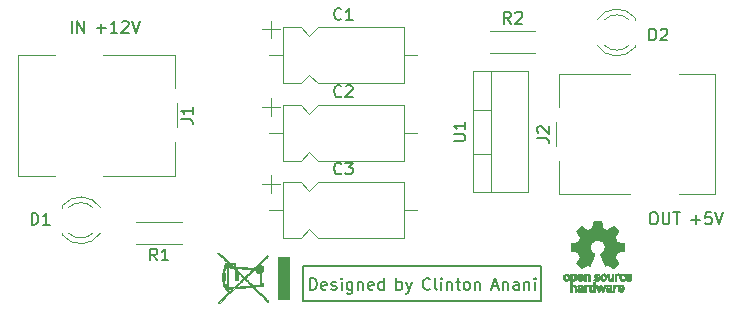
<source format=gbr>
%TF.GenerationSoftware,KiCad,Pcbnew,(7.0.0)*%
%TF.CreationDate,2024-12-23T20:55:22+00:00*%
%TF.ProjectId,5v Voltage Regulator,35762056-6f6c-4746-9167-652052656775,rev?*%
%TF.SameCoordinates,Original*%
%TF.FileFunction,Legend,Top*%
%TF.FilePolarity,Positive*%
%FSLAX46Y46*%
G04 Gerber Fmt 4.6, Leading zero omitted, Abs format (unit mm)*
G04 Created by KiCad (PCBNEW (7.0.0)) date 2024-12-23 20:55:22*
%MOMM*%
%LPD*%
G01*
G04 APERTURE LIST*
%ADD10C,0.150000*%
%ADD11C,0.010000*%
%ADD12C,0.120000*%
G04 APERTURE END LIST*
D10*
X224478571Y-112832380D02*
X224669047Y-112832380D01*
X224669047Y-112832380D02*
X224764285Y-112880000D01*
X224764285Y-112880000D02*
X224859523Y-112975238D01*
X224859523Y-112975238D02*
X224907142Y-113165714D01*
X224907142Y-113165714D02*
X224907142Y-113499047D01*
X224907142Y-113499047D02*
X224859523Y-113689523D01*
X224859523Y-113689523D02*
X224764285Y-113784761D01*
X224764285Y-113784761D02*
X224669047Y-113832380D01*
X224669047Y-113832380D02*
X224478571Y-113832380D01*
X224478571Y-113832380D02*
X224383333Y-113784761D01*
X224383333Y-113784761D02*
X224288095Y-113689523D01*
X224288095Y-113689523D02*
X224240476Y-113499047D01*
X224240476Y-113499047D02*
X224240476Y-113165714D01*
X224240476Y-113165714D02*
X224288095Y-112975238D01*
X224288095Y-112975238D02*
X224383333Y-112880000D01*
X224383333Y-112880000D02*
X224478571Y-112832380D01*
X225335714Y-112832380D02*
X225335714Y-113641904D01*
X225335714Y-113641904D02*
X225383333Y-113737142D01*
X225383333Y-113737142D02*
X225430952Y-113784761D01*
X225430952Y-113784761D02*
X225526190Y-113832380D01*
X225526190Y-113832380D02*
X225716666Y-113832380D01*
X225716666Y-113832380D02*
X225811904Y-113784761D01*
X225811904Y-113784761D02*
X225859523Y-113737142D01*
X225859523Y-113737142D02*
X225907142Y-113641904D01*
X225907142Y-113641904D02*
X225907142Y-112832380D01*
X226240476Y-112832380D02*
X226811904Y-112832380D01*
X226526190Y-113832380D02*
X226526190Y-112832380D01*
X227745238Y-113451428D02*
X228507143Y-113451428D01*
X228126190Y-113832380D02*
X228126190Y-113070476D01*
X229459523Y-112832380D02*
X228983333Y-112832380D01*
X228983333Y-112832380D02*
X228935714Y-113308571D01*
X228935714Y-113308571D02*
X228983333Y-113260952D01*
X228983333Y-113260952D02*
X229078571Y-113213333D01*
X229078571Y-113213333D02*
X229316666Y-113213333D01*
X229316666Y-113213333D02*
X229411904Y-113260952D01*
X229411904Y-113260952D02*
X229459523Y-113308571D01*
X229459523Y-113308571D02*
X229507142Y-113403809D01*
X229507142Y-113403809D02*
X229507142Y-113641904D01*
X229507142Y-113641904D02*
X229459523Y-113737142D01*
X229459523Y-113737142D02*
X229411904Y-113784761D01*
X229411904Y-113784761D02*
X229316666Y-113832380D01*
X229316666Y-113832380D02*
X229078571Y-113832380D01*
X229078571Y-113832380D02*
X228983333Y-113784761D01*
X228983333Y-113784761D02*
X228935714Y-113737142D01*
X229792857Y-112832380D02*
X230126190Y-113832380D01*
X230126190Y-113832380D02*
X230459523Y-112832380D01*
X175288095Y-97632380D02*
X175288095Y-96632380D01*
X175764285Y-97632380D02*
X175764285Y-96632380D01*
X175764285Y-96632380D02*
X176335713Y-97632380D01*
X176335713Y-97632380D02*
X176335713Y-96632380D01*
X177411904Y-97251428D02*
X178173809Y-97251428D01*
X177792856Y-97632380D02*
X177792856Y-96870476D01*
X179173808Y-97632380D02*
X178602380Y-97632380D01*
X178888094Y-97632380D02*
X178888094Y-96632380D01*
X178888094Y-96632380D02*
X178792856Y-96775238D01*
X178792856Y-96775238D02*
X178697618Y-96870476D01*
X178697618Y-96870476D02*
X178602380Y-96918095D01*
X179554761Y-96727619D02*
X179602380Y-96680000D01*
X179602380Y-96680000D02*
X179697618Y-96632380D01*
X179697618Y-96632380D02*
X179935713Y-96632380D01*
X179935713Y-96632380D02*
X180030951Y-96680000D01*
X180030951Y-96680000D02*
X180078570Y-96727619D01*
X180078570Y-96727619D02*
X180126189Y-96822857D01*
X180126189Y-96822857D02*
X180126189Y-96918095D01*
X180126189Y-96918095D02*
X180078570Y-97060952D01*
X180078570Y-97060952D02*
X179507142Y-97632380D01*
X179507142Y-97632380D02*
X180126189Y-97632380D01*
X180411904Y-96632380D02*
X180745237Y-97632380D01*
X180745237Y-97632380D02*
X181078570Y-96632380D01*
X194850000Y-117400000D02*
X215050000Y-117400000D01*
X215050000Y-117400000D02*
X215050000Y-120300000D01*
X215050000Y-120300000D02*
X194850000Y-120300000D01*
X194850000Y-120300000D02*
X194850000Y-117400000D01*
X195488095Y-119382380D02*
X195488095Y-118382380D01*
X195488095Y-118382380D02*
X195726190Y-118382380D01*
X195726190Y-118382380D02*
X195869047Y-118430000D01*
X195869047Y-118430000D02*
X195964285Y-118525238D01*
X195964285Y-118525238D02*
X196011904Y-118620476D01*
X196011904Y-118620476D02*
X196059523Y-118810952D01*
X196059523Y-118810952D02*
X196059523Y-118953809D01*
X196059523Y-118953809D02*
X196011904Y-119144285D01*
X196011904Y-119144285D02*
X195964285Y-119239523D01*
X195964285Y-119239523D02*
X195869047Y-119334761D01*
X195869047Y-119334761D02*
X195726190Y-119382380D01*
X195726190Y-119382380D02*
X195488095Y-119382380D01*
X196869047Y-119334761D02*
X196773809Y-119382380D01*
X196773809Y-119382380D02*
X196583333Y-119382380D01*
X196583333Y-119382380D02*
X196488095Y-119334761D01*
X196488095Y-119334761D02*
X196440476Y-119239523D01*
X196440476Y-119239523D02*
X196440476Y-118858571D01*
X196440476Y-118858571D02*
X196488095Y-118763333D01*
X196488095Y-118763333D02*
X196583333Y-118715714D01*
X196583333Y-118715714D02*
X196773809Y-118715714D01*
X196773809Y-118715714D02*
X196869047Y-118763333D01*
X196869047Y-118763333D02*
X196916666Y-118858571D01*
X196916666Y-118858571D02*
X196916666Y-118953809D01*
X196916666Y-118953809D02*
X196440476Y-119049047D01*
X197297619Y-119334761D02*
X197392857Y-119382380D01*
X197392857Y-119382380D02*
X197583333Y-119382380D01*
X197583333Y-119382380D02*
X197678571Y-119334761D01*
X197678571Y-119334761D02*
X197726190Y-119239523D01*
X197726190Y-119239523D02*
X197726190Y-119191904D01*
X197726190Y-119191904D02*
X197678571Y-119096666D01*
X197678571Y-119096666D02*
X197583333Y-119049047D01*
X197583333Y-119049047D02*
X197440476Y-119049047D01*
X197440476Y-119049047D02*
X197345238Y-119001428D01*
X197345238Y-119001428D02*
X197297619Y-118906190D01*
X197297619Y-118906190D02*
X197297619Y-118858571D01*
X197297619Y-118858571D02*
X197345238Y-118763333D01*
X197345238Y-118763333D02*
X197440476Y-118715714D01*
X197440476Y-118715714D02*
X197583333Y-118715714D01*
X197583333Y-118715714D02*
X197678571Y-118763333D01*
X198154762Y-119382380D02*
X198154762Y-118715714D01*
X198154762Y-118382380D02*
X198107143Y-118430000D01*
X198107143Y-118430000D02*
X198154762Y-118477619D01*
X198154762Y-118477619D02*
X198202381Y-118430000D01*
X198202381Y-118430000D02*
X198154762Y-118382380D01*
X198154762Y-118382380D02*
X198154762Y-118477619D01*
X199059523Y-118715714D02*
X199059523Y-119525238D01*
X199059523Y-119525238D02*
X199011904Y-119620476D01*
X199011904Y-119620476D02*
X198964285Y-119668095D01*
X198964285Y-119668095D02*
X198869047Y-119715714D01*
X198869047Y-119715714D02*
X198726190Y-119715714D01*
X198726190Y-119715714D02*
X198630952Y-119668095D01*
X199059523Y-119334761D02*
X198964285Y-119382380D01*
X198964285Y-119382380D02*
X198773809Y-119382380D01*
X198773809Y-119382380D02*
X198678571Y-119334761D01*
X198678571Y-119334761D02*
X198630952Y-119287142D01*
X198630952Y-119287142D02*
X198583333Y-119191904D01*
X198583333Y-119191904D02*
X198583333Y-118906190D01*
X198583333Y-118906190D02*
X198630952Y-118810952D01*
X198630952Y-118810952D02*
X198678571Y-118763333D01*
X198678571Y-118763333D02*
X198773809Y-118715714D01*
X198773809Y-118715714D02*
X198964285Y-118715714D01*
X198964285Y-118715714D02*
X199059523Y-118763333D01*
X199535714Y-118715714D02*
X199535714Y-119382380D01*
X199535714Y-118810952D02*
X199583333Y-118763333D01*
X199583333Y-118763333D02*
X199678571Y-118715714D01*
X199678571Y-118715714D02*
X199821428Y-118715714D01*
X199821428Y-118715714D02*
X199916666Y-118763333D01*
X199916666Y-118763333D02*
X199964285Y-118858571D01*
X199964285Y-118858571D02*
X199964285Y-119382380D01*
X200821428Y-119334761D02*
X200726190Y-119382380D01*
X200726190Y-119382380D02*
X200535714Y-119382380D01*
X200535714Y-119382380D02*
X200440476Y-119334761D01*
X200440476Y-119334761D02*
X200392857Y-119239523D01*
X200392857Y-119239523D02*
X200392857Y-118858571D01*
X200392857Y-118858571D02*
X200440476Y-118763333D01*
X200440476Y-118763333D02*
X200535714Y-118715714D01*
X200535714Y-118715714D02*
X200726190Y-118715714D01*
X200726190Y-118715714D02*
X200821428Y-118763333D01*
X200821428Y-118763333D02*
X200869047Y-118858571D01*
X200869047Y-118858571D02*
X200869047Y-118953809D01*
X200869047Y-118953809D02*
X200392857Y-119049047D01*
X201726190Y-119382380D02*
X201726190Y-118382380D01*
X201726190Y-119334761D02*
X201630952Y-119382380D01*
X201630952Y-119382380D02*
X201440476Y-119382380D01*
X201440476Y-119382380D02*
X201345238Y-119334761D01*
X201345238Y-119334761D02*
X201297619Y-119287142D01*
X201297619Y-119287142D02*
X201250000Y-119191904D01*
X201250000Y-119191904D02*
X201250000Y-118906190D01*
X201250000Y-118906190D02*
X201297619Y-118810952D01*
X201297619Y-118810952D02*
X201345238Y-118763333D01*
X201345238Y-118763333D02*
X201440476Y-118715714D01*
X201440476Y-118715714D02*
X201630952Y-118715714D01*
X201630952Y-118715714D02*
X201726190Y-118763333D01*
X202802381Y-119382380D02*
X202802381Y-118382380D01*
X202802381Y-118763333D02*
X202897619Y-118715714D01*
X202897619Y-118715714D02*
X203088095Y-118715714D01*
X203088095Y-118715714D02*
X203183333Y-118763333D01*
X203183333Y-118763333D02*
X203230952Y-118810952D01*
X203230952Y-118810952D02*
X203278571Y-118906190D01*
X203278571Y-118906190D02*
X203278571Y-119191904D01*
X203278571Y-119191904D02*
X203230952Y-119287142D01*
X203230952Y-119287142D02*
X203183333Y-119334761D01*
X203183333Y-119334761D02*
X203088095Y-119382380D01*
X203088095Y-119382380D02*
X202897619Y-119382380D01*
X202897619Y-119382380D02*
X202802381Y-119334761D01*
X203611905Y-118715714D02*
X203850000Y-119382380D01*
X204088095Y-118715714D02*
X203850000Y-119382380D01*
X203850000Y-119382380D02*
X203754762Y-119620476D01*
X203754762Y-119620476D02*
X203707143Y-119668095D01*
X203707143Y-119668095D02*
X203611905Y-119715714D01*
X205640476Y-119287142D02*
X205592857Y-119334761D01*
X205592857Y-119334761D02*
X205450000Y-119382380D01*
X205450000Y-119382380D02*
X205354762Y-119382380D01*
X205354762Y-119382380D02*
X205211905Y-119334761D01*
X205211905Y-119334761D02*
X205116667Y-119239523D01*
X205116667Y-119239523D02*
X205069048Y-119144285D01*
X205069048Y-119144285D02*
X205021429Y-118953809D01*
X205021429Y-118953809D02*
X205021429Y-118810952D01*
X205021429Y-118810952D02*
X205069048Y-118620476D01*
X205069048Y-118620476D02*
X205116667Y-118525238D01*
X205116667Y-118525238D02*
X205211905Y-118430000D01*
X205211905Y-118430000D02*
X205354762Y-118382380D01*
X205354762Y-118382380D02*
X205450000Y-118382380D01*
X205450000Y-118382380D02*
X205592857Y-118430000D01*
X205592857Y-118430000D02*
X205640476Y-118477619D01*
X206211905Y-119382380D02*
X206116667Y-119334761D01*
X206116667Y-119334761D02*
X206069048Y-119239523D01*
X206069048Y-119239523D02*
X206069048Y-118382380D01*
X206592858Y-119382380D02*
X206592858Y-118715714D01*
X206592858Y-118382380D02*
X206545239Y-118430000D01*
X206545239Y-118430000D02*
X206592858Y-118477619D01*
X206592858Y-118477619D02*
X206640477Y-118430000D01*
X206640477Y-118430000D02*
X206592858Y-118382380D01*
X206592858Y-118382380D02*
X206592858Y-118477619D01*
X207069048Y-118715714D02*
X207069048Y-119382380D01*
X207069048Y-118810952D02*
X207116667Y-118763333D01*
X207116667Y-118763333D02*
X207211905Y-118715714D01*
X207211905Y-118715714D02*
X207354762Y-118715714D01*
X207354762Y-118715714D02*
X207450000Y-118763333D01*
X207450000Y-118763333D02*
X207497619Y-118858571D01*
X207497619Y-118858571D02*
X207497619Y-119382380D01*
X207830953Y-118715714D02*
X208211905Y-118715714D01*
X207973810Y-118382380D02*
X207973810Y-119239523D01*
X207973810Y-119239523D02*
X208021429Y-119334761D01*
X208021429Y-119334761D02*
X208116667Y-119382380D01*
X208116667Y-119382380D02*
X208211905Y-119382380D01*
X208688096Y-119382380D02*
X208592858Y-119334761D01*
X208592858Y-119334761D02*
X208545239Y-119287142D01*
X208545239Y-119287142D02*
X208497620Y-119191904D01*
X208497620Y-119191904D02*
X208497620Y-118906190D01*
X208497620Y-118906190D02*
X208545239Y-118810952D01*
X208545239Y-118810952D02*
X208592858Y-118763333D01*
X208592858Y-118763333D02*
X208688096Y-118715714D01*
X208688096Y-118715714D02*
X208830953Y-118715714D01*
X208830953Y-118715714D02*
X208926191Y-118763333D01*
X208926191Y-118763333D02*
X208973810Y-118810952D01*
X208973810Y-118810952D02*
X209021429Y-118906190D01*
X209021429Y-118906190D02*
X209021429Y-119191904D01*
X209021429Y-119191904D02*
X208973810Y-119287142D01*
X208973810Y-119287142D02*
X208926191Y-119334761D01*
X208926191Y-119334761D02*
X208830953Y-119382380D01*
X208830953Y-119382380D02*
X208688096Y-119382380D01*
X209450001Y-118715714D02*
X209450001Y-119382380D01*
X209450001Y-118810952D02*
X209497620Y-118763333D01*
X209497620Y-118763333D02*
X209592858Y-118715714D01*
X209592858Y-118715714D02*
X209735715Y-118715714D01*
X209735715Y-118715714D02*
X209830953Y-118763333D01*
X209830953Y-118763333D02*
X209878572Y-118858571D01*
X209878572Y-118858571D02*
X209878572Y-119382380D01*
X210907144Y-119096666D02*
X211383334Y-119096666D01*
X210811906Y-119382380D02*
X211145239Y-118382380D01*
X211145239Y-118382380D02*
X211478572Y-119382380D01*
X211811906Y-118715714D02*
X211811906Y-119382380D01*
X211811906Y-118810952D02*
X211859525Y-118763333D01*
X211859525Y-118763333D02*
X211954763Y-118715714D01*
X211954763Y-118715714D02*
X212097620Y-118715714D01*
X212097620Y-118715714D02*
X212192858Y-118763333D01*
X212192858Y-118763333D02*
X212240477Y-118858571D01*
X212240477Y-118858571D02*
X212240477Y-119382380D01*
X213145239Y-119382380D02*
X213145239Y-118858571D01*
X213145239Y-118858571D02*
X213097620Y-118763333D01*
X213097620Y-118763333D02*
X213002382Y-118715714D01*
X213002382Y-118715714D02*
X212811906Y-118715714D01*
X212811906Y-118715714D02*
X212716668Y-118763333D01*
X213145239Y-119334761D02*
X213050001Y-119382380D01*
X213050001Y-119382380D02*
X212811906Y-119382380D01*
X212811906Y-119382380D02*
X212716668Y-119334761D01*
X212716668Y-119334761D02*
X212669049Y-119239523D01*
X212669049Y-119239523D02*
X212669049Y-119144285D01*
X212669049Y-119144285D02*
X212716668Y-119049047D01*
X212716668Y-119049047D02*
X212811906Y-119001428D01*
X212811906Y-119001428D02*
X213050001Y-119001428D01*
X213050001Y-119001428D02*
X213145239Y-118953809D01*
X213621430Y-118715714D02*
X213621430Y-119382380D01*
X213621430Y-118810952D02*
X213669049Y-118763333D01*
X213669049Y-118763333D02*
X213764287Y-118715714D01*
X213764287Y-118715714D02*
X213907144Y-118715714D01*
X213907144Y-118715714D02*
X214002382Y-118763333D01*
X214002382Y-118763333D02*
X214050001Y-118858571D01*
X214050001Y-118858571D02*
X214050001Y-119382380D01*
X214526192Y-119382380D02*
X214526192Y-118715714D01*
X214526192Y-118382380D02*
X214478573Y-118430000D01*
X214478573Y-118430000D02*
X214526192Y-118477619D01*
X214526192Y-118477619D02*
X214573811Y-118430000D01*
X214573811Y-118430000D02*
X214526192Y-118382380D01*
X214526192Y-118382380D02*
X214526192Y-118477619D01*
%TO.C,U1*%
X207642380Y-106761904D02*
X208451904Y-106761904D01*
X208451904Y-106761904D02*
X208547142Y-106714285D01*
X208547142Y-106714285D02*
X208594761Y-106666666D01*
X208594761Y-106666666D02*
X208642380Y-106571428D01*
X208642380Y-106571428D02*
X208642380Y-106380952D01*
X208642380Y-106380952D02*
X208594761Y-106285714D01*
X208594761Y-106285714D02*
X208547142Y-106238095D01*
X208547142Y-106238095D02*
X208451904Y-106190476D01*
X208451904Y-106190476D02*
X207642380Y-106190476D01*
X208642380Y-105190476D02*
X208642380Y-105761904D01*
X208642380Y-105476190D02*
X207642380Y-105476190D01*
X207642380Y-105476190D02*
X207785238Y-105571428D01*
X207785238Y-105571428D02*
X207880476Y-105666666D01*
X207880476Y-105666666D02*
X207928095Y-105761904D01*
%TO.C,R2*%
X212483333Y-96847380D02*
X212150000Y-96371190D01*
X211911905Y-96847380D02*
X211911905Y-95847380D01*
X211911905Y-95847380D02*
X212292857Y-95847380D01*
X212292857Y-95847380D02*
X212388095Y-95895000D01*
X212388095Y-95895000D02*
X212435714Y-95942619D01*
X212435714Y-95942619D02*
X212483333Y-96037857D01*
X212483333Y-96037857D02*
X212483333Y-96180714D01*
X212483333Y-96180714D02*
X212435714Y-96275952D01*
X212435714Y-96275952D02*
X212388095Y-96323571D01*
X212388095Y-96323571D02*
X212292857Y-96371190D01*
X212292857Y-96371190D02*
X211911905Y-96371190D01*
X212864286Y-95942619D02*
X212911905Y-95895000D01*
X212911905Y-95895000D02*
X213007143Y-95847380D01*
X213007143Y-95847380D02*
X213245238Y-95847380D01*
X213245238Y-95847380D02*
X213340476Y-95895000D01*
X213340476Y-95895000D02*
X213388095Y-95942619D01*
X213388095Y-95942619D02*
X213435714Y-96037857D01*
X213435714Y-96037857D02*
X213435714Y-96133095D01*
X213435714Y-96133095D02*
X213388095Y-96275952D01*
X213388095Y-96275952D02*
X212816667Y-96847380D01*
X212816667Y-96847380D02*
X213435714Y-96847380D01*
%TO.C,R1*%
X182533333Y-116887380D02*
X182200000Y-116411190D01*
X181961905Y-116887380D02*
X181961905Y-115887380D01*
X181961905Y-115887380D02*
X182342857Y-115887380D01*
X182342857Y-115887380D02*
X182438095Y-115935000D01*
X182438095Y-115935000D02*
X182485714Y-115982619D01*
X182485714Y-115982619D02*
X182533333Y-116077857D01*
X182533333Y-116077857D02*
X182533333Y-116220714D01*
X182533333Y-116220714D02*
X182485714Y-116315952D01*
X182485714Y-116315952D02*
X182438095Y-116363571D01*
X182438095Y-116363571D02*
X182342857Y-116411190D01*
X182342857Y-116411190D02*
X181961905Y-116411190D01*
X183485714Y-116887380D02*
X182914286Y-116887380D01*
X183200000Y-116887380D02*
X183200000Y-115887380D01*
X183200000Y-115887380D02*
X183104762Y-116030238D01*
X183104762Y-116030238D02*
X183009524Y-116125476D01*
X183009524Y-116125476D02*
X182914286Y-116173095D01*
%TO.C,J2*%
X214717380Y-106533333D02*
X215431666Y-106533333D01*
X215431666Y-106533333D02*
X215574523Y-106580952D01*
X215574523Y-106580952D02*
X215669761Y-106676190D01*
X215669761Y-106676190D02*
X215717380Y-106819047D01*
X215717380Y-106819047D02*
X215717380Y-106914285D01*
X214812619Y-106104761D02*
X214765000Y-106057142D01*
X214765000Y-106057142D02*
X214717380Y-105961904D01*
X214717380Y-105961904D02*
X214717380Y-105723809D01*
X214717380Y-105723809D02*
X214765000Y-105628571D01*
X214765000Y-105628571D02*
X214812619Y-105580952D01*
X214812619Y-105580952D02*
X214907857Y-105533333D01*
X214907857Y-105533333D02*
X215003095Y-105533333D01*
X215003095Y-105533333D02*
X215145952Y-105580952D01*
X215145952Y-105580952D02*
X215717380Y-106152380D01*
X215717380Y-106152380D02*
X215717380Y-105533333D01*
%TO.C,J1*%
X184567380Y-104933333D02*
X185281666Y-104933333D01*
X185281666Y-104933333D02*
X185424523Y-104980952D01*
X185424523Y-104980952D02*
X185519761Y-105076190D01*
X185519761Y-105076190D02*
X185567380Y-105219047D01*
X185567380Y-105219047D02*
X185567380Y-105314285D01*
X185567380Y-103933333D02*
X185567380Y-104504761D01*
X185567380Y-104219047D02*
X184567380Y-104219047D01*
X184567380Y-104219047D02*
X184710238Y-104314285D01*
X184710238Y-104314285D02*
X184805476Y-104409523D01*
X184805476Y-104409523D02*
X184853095Y-104504761D01*
%TO.C,D2*%
X224211905Y-98267380D02*
X224211905Y-97267380D01*
X224211905Y-97267380D02*
X224450000Y-97267380D01*
X224450000Y-97267380D02*
X224592857Y-97315000D01*
X224592857Y-97315000D02*
X224688095Y-97410238D01*
X224688095Y-97410238D02*
X224735714Y-97505476D01*
X224735714Y-97505476D02*
X224783333Y-97695952D01*
X224783333Y-97695952D02*
X224783333Y-97838809D01*
X224783333Y-97838809D02*
X224735714Y-98029285D01*
X224735714Y-98029285D02*
X224688095Y-98124523D01*
X224688095Y-98124523D02*
X224592857Y-98219761D01*
X224592857Y-98219761D02*
X224450000Y-98267380D01*
X224450000Y-98267380D02*
X224211905Y-98267380D01*
X225164286Y-97362619D02*
X225211905Y-97315000D01*
X225211905Y-97315000D02*
X225307143Y-97267380D01*
X225307143Y-97267380D02*
X225545238Y-97267380D01*
X225545238Y-97267380D02*
X225640476Y-97315000D01*
X225640476Y-97315000D02*
X225688095Y-97362619D01*
X225688095Y-97362619D02*
X225735714Y-97457857D01*
X225735714Y-97457857D02*
X225735714Y-97553095D01*
X225735714Y-97553095D02*
X225688095Y-97695952D01*
X225688095Y-97695952D02*
X225116667Y-98267380D01*
X225116667Y-98267380D02*
X225735714Y-98267380D01*
%TO.C,D1*%
X171911905Y-113867380D02*
X171911905Y-112867380D01*
X171911905Y-112867380D02*
X172150000Y-112867380D01*
X172150000Y-112867380D02*
X172292857Y-112915000D01*
X172292857Y-112915000D02*
X172388095Y-113010238D01*
X172388095Y-113010238D02*
X172435714Y-113105476D01*
X172435714Y-113105476D02*
X172483333Y-113295952D01*
X172483333Y-113295952D02*
X172483333Y-113438809D01*
X172483333Y-113438809D02*
X172435714Y-113629285D01*
X172435714Y-113629285D02*
X172388095Y-113724523D01*
X172388095Y-113724523D02*
X172292857Y-113819761D01*
X172292857Y-113819761D02*
X172150000Y-113867380D01*
X172150000Y-113867380D02*
X171911905Y-113867380D01*
X173435714Y-113867380D02*
X172864286Y-113867380D01*
X173150000Y-113867380D02*
X173150000Y-112867380D01*
X173150000Y-112867380D02*
X173054762Y-113010238D01*
X173054762Y-113010238D02*
X172959524Y-113105476D01*
X172959524Y-113105476D02*
X172864286Y-113153095D01*
%TO.C,C3*%
X198133333Y-109514642D02*
X198085714Y-109562261D01*
X198085714Y-109562261D02*
X197942857Y-109609880D01*
X197942857Y-109609880D02*
X197847619Y-109609880D01*
X197847619Y-109609880D02*
X197704762Y-109562261D01*
X197704762Y-109562261D02*
X197609524Y-109467023D01*
X197609524Y-109467023D02*
X197561905Y-109371785D01*
X197561905Y-109371785D02*
X197514286Y-109181309D01*
X197514286Y-109181309D02*
X197514286Y-109038452D01*
X197514286Y-109038452D02*
X197561905Y-108847976D01*
X197561905Y-108847976D02*
X197609524Y-108752738D01*
X197609524Y-108752738D02*
X197704762Y-108657500D01*
X197704762Y-108657500D02*
X197847619Y-108609880D01*
X197847619Y-108609880D02*
X197942857Y-108609880D01*
X197942857Y-108609880D02*
X198085714Y-108657500D01*
X198085714Y-108657500D02*
X198133333Y-108705119D01*
X198466667Y-108609880D02*
X199085714Y-108609880D01*
X199085714Y-108609880D02*
X198752381Y-108990833D01*
X198752381Y-108990833D02*
X198895238Y-108990833D01*
X198895238Y-108990833D02*
X198990476Y-109038452D01*
X198990476Y-109038452D02*
X199038095Y-109086071D01*
X199038095Y-109086071D02*
X199085714Y-109181309D01*
X199085714Y-109181309D02*
X199085714Y-109419404D01*
X199085714Y-109419404D02*
X199038095Y-109514642D01*
X199038095Y-109514642D02*
X198990476Y-109562261D01*
X198990476Y-109562261D02*
X198895238Y-109609880D01*
X198895238Y-109609880D02*
X198609524Y-109609880D01*
X198609524Y-109609880D02*
X198514286Y-109562261D01*
X198514286Y-109562261D02*
X198466667Y-109514642D01*
%TO.C,C2*%
X198133333Y-102979642D02*
X198085714Y-103027261D01*
X198085714Y-103027261D02*
X197942857Y-103074880D01*
X197942857Y-103074880D02*
X197847619Y-103074880D01*
X197847619Y-103074880D02*
X197704762Y-103027261D01*
X197704762Y-103027261D02*
X197609524Y-102932023D01*
X197609524Y-102932023D02*
X197561905Y-102836785D01*
X197561905Y-102836785D02*
X197514286Y-102646309D01*
X197514286Y-102646309D02*
X197514286Y-102503452D01*
X197514286Y-102503452D02*
X197561905Y-102312976D01*
X197561905Y-102312976D02*
X197609524Y-102217738D01*
X197609524Y-102217738D02*
X197704762Y-102122500D01*
X197704762Y-102122500D02*
X197847619Y-102074880D01*
X197847619Y-102074880D02*
X197942857Y-102074880D01*
X197942857Y-102074880D02*
X198085714Y-102122500D01*
X198085714Y-102122500D02*
X198133333Y-102170119D01*
X198514286Y-102170119D02*
X198561905Y-102122500D01*
X198561905Y-102122500D02*
X198657143Y-102074880D01*
X198657143Y-102074880D02*
X198895238Y-102074880D01*
X198895238Y-102074880D02*
X198990476Y-102122500D01*
X198990476Y-102122500D02*
X199038095Y-102170119D01*
X199038095Y-102170119D02*
X199085714Y-102265357D01*
X199085714Y-102265357D02*
X199085714Y-102360595D01*
X199085714Y-102360595D02*
X199038095Y-102503452D01*
X199038095Y-102503452D02*
X198466667Y-103074880D01*
X198466667Y-103074880D02*
X199085714Y-103074880D01*
%TO.C,C1*%
X198133333Y-96444642D02*
X198085714Y-96492261D01*
X198085714Y-96492261D02*
X197942857Y-96539880D01*
X197942857Y-96539880D02*
X197847619Y-96539880D01*
X197847619Y-96539880D02*
X197704762Y-96492261D01*
X197704762Y-96492261D02*
X197609524Y-96397023D01*
X197609524Y-96397023D02*
X197561905Y-96301785D01*
X197561905Y-96301785D02*
X197514286Y-96111309D01*
X197514286Y-96111309D02*
X197514286Y-95968452D01*
X197514286Y-95968452D02*
X197561905Y-95777976D01*
X197561905Y-95777976D02*
X197609524Y-95682738D01*
X197609524Y-95682738D02*
X197704762Y-95587500D01*
X197704762Y-95587500D02*
X197847619Y-95539880D01*
X197847619Y-95539880D02*
X197942857Y-95539880D01*
X197942857Y-95539880D02*
X198085714Y-95587500D01*
X198085714Y-95587500D02*
X198133333Y-95635119D01*
X199085714Y-96539880D02*
X198514286Y-96539880D01*
X198800000Y-96539880D02*
X198800000Y-95539880D01*
X198800000Y-95539880D02*
X198704762Y-95682738D01*
X198704762Y-95682738D02*
X198609524Y-95777976D01*
X198609524Y-95777976D02*
X198514286Y-95825595D01*
%TO.C,REF\u002A\u002A*%
G36*
X193667822Y-120122971D02*
G01*
X192800198Y-120122971D01*
X192800198Y-116602178D01*
X193667822Y-116602178D01*
X193667822Y-120122971D01*
G37*
D11*
X193667822Y-120122971D02*
X192800198Y-120122971D01*
X192800198Y-116602178D01*
X193667822Y-116602178D01*
X193667822Y-120122971D01*
G36*
X188084852Y-119091881D02*
G01*
X188084852Y-118986048D01*
X188086029Y-118937355D01*
X188089165Y-118899405D01*
X188093671Y-118878308D01*
X188095495Y-118876023D01*
X188098295Y-118862641D01*
X188097148Y-118830074D01*
X188092393Y-118783916D01*
X188088003Y-118752376D01*
X188079378Y-118695188D01*
X188071591Y-118642886D01*
X188065847Y-118603582D01*
X188064215Y-118592055D01*
X188054888Y-118561937D01*
X188040272Y-118551188D01*
X188182893Y-118551188D01*
X188191496Y-118636065D01*
X188198756Y-118695368D01*
X188208379Y-118758551D01*
X188215252Y-118796386D01*
X188230407Y-118871832D01*
X188321095Y-118875526D01*
X188411782Y-118879221D01*
X188411782Y-117464698D01*
X188362786Y-117512542D01*
X188302324Y-117586850D01*
X188255691Y-117678816D01*
X188222249Y-117789998D01*
X188203753Y-117900471D01*
X188195122Y-117972773D01*
X188286040Y-117972773D01*
X188286040Y-118551188D01*
X188182893Y-118551188D01*
X188040272Y-118551188D01*
X188034320Y-118547920D01*
X188029778Y-118536230D01*
X188026470Y-118513288D01*
X188024215Y-118476265D01*
X188022834Y-118422332D01*
X188022150Y-118348660D01*
X188021980Y-118261980D01*
X188022077Y-118169471D01*
X188022530Y-118099094D01*
X188023062Y-118073367D01*
X188122575Y-118073367D01*
X188122575Y-118450594D01*
X188185446Y-118450594D01*
X188185446Y-118073367D01*
X188122575Y-118073367D01*
X188023062Y-118073367D01*
X188023590Y-118047836D01*
X188025503Y-118012680D01*
X188028519Y-117990611D01*
X188032885Y-117978615D01*
X188038849Y-117973676D01*
X188045784Y-117972773D01*
X188067795Y-117965079D01*
X188080321Y-117939879D01*
X188084788Y-117893991D01*
X188084852Y-117885736D01*
X188092868Y-117808027D01*
X188114936Y-117719767D01*
X188148084Y-117628915D01*
X188189339Y-117543430D01*
X188235731Y-117471274D01*
X188243082Y-117461928D01*
X188266998Y-117431467D01*
X188276576Y-117413428D01*
X188273480Y-117400831D01*
X188260704Y-117387900D01*
X188235678Y-117349707D01*
X188226071Y-117300002D01*
X188231067Y-117246476D01*
X188249851Y-117196822D01*
X188281606Y-117158733D01*
X188285297Y-117155975D01*
X188344575Y-117127474D01*
X188405934Y-117122172D01*
X188464427Y-117139482D01*
X188515104Y-117178820D01*
X188519289Y-117183630D01*
X188539167Y-117211560D01*
X188547921Y-117239898D01*
X188548553Y-117279737D01*
X188547992Y-117289689D01*
X188546562Y-117328668D01*
X188549839Y-117348746D01*
X188559728Y-117356015D01*
X188568961Y-117356760D01*
X188595744Y-117358284D01*
X188636025Y-117362065D01*
X188660124Y-117364782D01*
X188698401Y-117368723D01*
X188717996Y-117367084D01*
X188725158Y-117357579D01*
X188726139Y-117340649D01*
X188722901Y-117330608D01*
X188712420Y-117314410D01*
X188693548Y-117290855D01*
X188665135Y-117258743D01*
X188639126Y-117230891D01*
X188821172Y-117230891D01*
X188902179Y-117312624D01*
X188951428Y-117358730D01*
X188989159Y-117386306D01*
X189011840Y-117394357D01*
X189027270Y-117392529D01*
X189035867Y-117383277D01*
X189039613Y-117360950D01*
X189040489Y-117319895D01*
X189040495Y-117312624D01*
X189040495Y-117230891D01*
X188821172Y-117230891D01*
X188639126Y-117230891D01*
X188626035Y-117216872D01*
X188575097Y-117164043D01*
X188511173Y-117099055D01*
X188433114Y-117020709D01*
X188339772Y-116927803D01*
X188229998Y-116819137D01*
X188176952Y-116766769D01*
X187627767Y-116224951D01*
X187714848Y-116225570D01*
X187801931Y-116226189D01*
X188260891Y-116677914D01*
X188719852Y-117129639D01*
X188930471Y-117129968D01*
X189141089Y-117130297D01*
X189141089Y-117405390D01*
X189194530Y-117412478D01*
X189218888Y-117415162D01*
X189264759Y-117419687D01*
X189329405Y-117425809D01*
X189410091Y-117433288D01*
X189504081Y-117441881D01*
X189608637Y-117451346D01*
X189721025Y-117461442D01*
X189838507Y-117471926D01*
X189958348Y-117482556D01*
X190077811Y-117493091D01*
X190194159Y-117503287D01*
X190304657Y-117512905D01*
X190406569Y-117521700D01*
X190497158Y-117529432D01*
X190573687Y-117535858D01*
X190633421Y-117540737D01*
X190673624Y-117543825D01*
X190691559Y-117544883D01*
X190691644Y-117544882D01*
X190706035Y-117537173D01*
X190735748Y-117514019D01*
X190781131Y-117475105D01*
X190842529Y-117420116D01*
X190920288Y-117348736D01*
X191014754Y-117260651D01*
X191126272Y-117155546D01*
X191255188Y-117033105D01*
X191291287Y-116998690D01*
X191863416Y-116452863D01*
X191951436Y-116541119D01*
X191873758Y-116612515D01*
X191845686Y-116638634D01*
X191802274Y-116679434D01*
X191746366Y-116732223D01*
X191680808Y-116794309D01*
X191608441Y-116863000D01*
X191532112Y-116935604D01*
X191486524Y-116979040D01*
X191401119Y-117060584D01*
X191332710Y-117126496D01*
X191280053Y-117178456D01*
X191241905Y-117218145D01*
X191217020Y-117247243D01*
X191204156Y-117267431D01*
X191202068Y-117280390D01*
X191209513Y-117287800D01*
X191225246Y-117291342D01*
X191248023Y-117292697D01*
X191254239Y-117292879D01*
X191297061Y-117302297D01*
X191348819Y-117325503D01*
X191401328Y-117357864D01*
X191446403Y-117394748D01*
X191460328Y-117409507D01*
X191509047Y-117485233D01*
X191536306Y-117573692D01*
X191542773Y-117651900D01*
X191530576Y-117740532D01*
X191494813Y-117822388D01*
X191436722Y-117894836D01*
X191422262Y-117908203D01*
X191366733Y-117957082D01*
X191366733Y-118802674D01*
X191542773Y-118802674D01*
X191542773Y-119029010D01*
X191460531Y-119029010D01*
X191404386Y-119031850D01*
X191365416Y-119041393D01*
X191344219Y-119052991D01*
X191329052Y-119061277D01*
X191307062Y-119068373D01*
X191274987Y-119074748D01*
X191229569Y-119080872D01*
X191167548Y-119087216D01*
X191085662Y-119094250D01*
X191024746Y-119099066D01*
X190739343Y-119121161D01*
X191288805Y-119663565D01*
X191388228Y-119761637D01*
X191483815Y-119855784D01*
X191573810Y-119944285D01*
X191656457Y-120025420D01*
X191730001Y-120097469D01*
X191792684Y-120158712D01*
X191842752Y-120207427D01*
X191878448Y-120241896D01*
X191897995Y-120260379D01*
X191928944Y-120290743D01*
X191950530Y-120316071D01*
X191957723Y-120329695D01*
X191949297Y-120347095D01*
X191928245Y-120372460D01*
X191919671Y-120381058D01*
X191881620Y-120417514D01*
X191677658Y-120216802D01*
X191625699Y-120165596D01*
X191558820Y-120099569D01*
X191479950Y-120021618D01*
X191392014Y-119934638D01*
X191297941Y-119841526D01*
X191200658Y-119745179D01*
X191103093Y-119648492D01*
X191033145Y-119579134D01*
X190926550Y-119473703D01*
X190836307Y-119385129D01*
X190761192Y-119312281D01*
X190699986Y-119254023D01*
X190651466Y-119209225D01*
X190626129Y-119187021D01*
X190614411Y-119176751D01*
X190587599Y-119155471D01*
X190569808Y-119144251D01*
X190561570Y-119141754D01*
X190543590Y-119142700D01*
X190502892Y-119145573D01*
X190441819Y-119150187D01*
X190362713Y-119156358D01*
X190267914Y-119163898D01*
X190159767Y-119172621D01*
X190040612Y-119182343D01*
X189912791Y-119192876D01*
X189810635Y-119201365D01*
X189234674Y-119249396D01*
X189090726Y-119261401D01*
X188459158Y-119861938D01*
X187827589Y-120462475D01*
X187739315Y-120462034D01*
X187651040Y-120461592D01*
X187754666Y-120364583D01*
X187812463Y-120310291D01*
X187880368Y-120246192D01*
X187956572Y-120174016D01*
X188039269Y-120095492D01*
X188126653Y-120012349D01*
X188216915Y-119926319D01*
X188308250Y-119839130D01*
X188398849Y-119752513D01*
X188486907Y-119668197D01*
X188570615Y-119587912D01*
X188648167Y-119513387D01*
X188717757Y-119446354D01*
X188777576Y-119388541D01*
X188825818Y-119341679D01*
X188860676Y-119307496D01*
X188880343Y-119287724D01*
X188884116Y-119283390D01*
X188870992Y-119283092D01*
X188837389Y-119284731D01*
X188787880Y-119288023D01*
X188727037Y-119292682D01*
X188702732Y-119294682D01*
X188524951Y-119309577D01*
X188524951Y-119469109D01*
X188411782Y-119469109D01*
X188411782Y-119401314D01*
X188410696Y-119361662D01*
X188405454Y-119340116D01*
X188402334Y-119337480D01*
X188393081Y-119329662D01*
X188379604Y-119325442D01*
X188344627Y-119308219D01*
X188302579Y-119275138D01*
X188259356Y-119231893D01*
X188220854Y-119184174D01*
X188200801Y-119152830D01*
X188178851Y-119117123D01*
X188160967Y-119099371D01*
X188311188Y-119099371D01*
X188319254Y-119117987D01*
X188338820Y-119145183D01*
X188362944Y-119172448D01*
X188384682Y-119191267D01*
X188387508Y-119192943D01*
X188402334Y-119198616D01*
X188407856Y-119192955D01*
X188524951Y-119192955D01*
X188553243Y-119186934D01*
X188575618Y-119183863D01*
X188617717Y-119179548D01*
X188674178Y-119174488D01*
X188739635Y-119169181D01*
X188763862Y-119167344D01*
X188833421Y-119161927D01*
X188898018Y-119156459D01*
X188951548Y-119151488D01*
X188987910Y-119147561D01*
X188994509Y-119146675D01*
X189008056Y-119143334D01*
X189023914Y-119136101D01*
X189040135Y-119125805D01*
X189234674Y-119125805D01*
X189247104Y-119125273D01*
X189282110Y-119122769D01*
X189337215Y-119118496D01*
X189409943Y-119112653D01*
X189497814Y-119105443D01*
X189598351Y-119097066D01*
X189709077Y-119087723D01*
X189814205Y-119078758D01*
X189933483Y-119068602D01*
X190046080Y-119059142D01*
X190149305Y-119050596D01*
X190240473Y-119043179D01*
X190316895Y-119037108D01*
X190375883Y-119032601D01*
X190414749Y-119029873D01*
X190429844Y-119029116D01*
X190439238Y-119027935D01*
X190442966Y-119023256D01*
X190439471Y-119013276D01*
X190427199Y-118996190D01*
X190404594Y-118970196D01*
X190370100Y-118933490D01*
X190322162Y-118884267D01*
X190259224Y-118820726D01*
X190191968Y-118753305D01*
X189916477Y-118477601D01*
X189914406Y-118479533D01*
X189806295Y-118580409D01*
X189750377Y-118632768D01*
X189687948Y-118691535D01*
X189621443Y-118754385D01*
X189553298Y-118818995D01*
X189485948Y-118883042D01*
X189421828Y-118944203D01*
X189363372Y-119000153D01*
X189313018Y-119048570D01*
X189273198Y-119087130D01*
X189246350Y-119113509D01*
X189234908Y-119125384D01*
X189234674Y-119125805D01*
X189040135Y-119125805D01*
X189043861Y-119123440D01*
X189069673Y-119103811D01*
X189103129Y-119075678D01*
X189146007Y-119037502D01*
X189200083Y-118987746D01*
X189267136Y-118924871D01*
X189348943Y-118847341D01*
X189431950Y-118768251D01*
X189514094Y-118689564D01*
X189590169Y-118616112D01*
X189658325Y-118549724D01*
X189716712Y-118492227D01*
X189763481Y-118445451D01*
X189796782Y-118411224D01*
X189812222Y-118394182D01*
X190013046Y-118394182D01*
X190022170Y-118405722D01*
X190047200Y-118432710D01*
X190086052Y-118473021D01*
X190136643Y-118524529D01*
X190196888Y-118585109D01*
X190264704Y-118652636D01*
X190320565Y-118707826D01*
X190626129Y-119008724D01*
X190911555Y-118986401D01*
X190995219Y-118979669D01*
X191071727Y-118973157D01*
X191137081Y-118967234D01*
X191187281Y-118962268D01*
X191218329Y-118958629D01*
X191225273Y-118957458D01*
X191253565Y-118950838D01*
X191253565Y-118001364D01*
X191174606Y-117995026D01*
X191081315Y-117975890D01*
X190998791Y-117935846D01*
X190930038Y-117877418D01*
X190878063Y-117803129D01*
X190846863Y-117719748D01*
X190832228Y-117692698D01*
X190800819Y-117679156D01*
X190799434Y-117678872D01*
X190786174Y-117677247D01*
X190772595Y-117679256D01*
X190756181Y-117686858D01*
X190734411Y-117702016D01*
X190704767Y-117726688D01*
X190664732Y-117762836D01*
X190611785Y-117812420D01*
X190543409Y-117877401D01*
X190539005Y-117881599D01*
X190465611Y-117951493D01*
X190387437Y-118025800D01*
X190309864Y-118099414D01*
X190238275Y-118167229D01*
X190178051Y-118224140D01*
X190164587Y-118236832D01*
X190113820Y-118285487D01*
X190070375Y-118328709D01*
X190037241Y-118363395D01*
X190017405Y-118386444D01*
X190013046Y-118394182D01*
X189812222Y-118394182D01*
X189814767Y-118391373D01*
X189817442Y-118387140D01*
X189807741Y-118376003D01*
X189782441Y-118349971D01*
X189744082Y-118311570D01*
X189695200Y-118263328D01*
X189638334Y-118207770D01*
X189596906Y-118167592D01*
X189380000Y-117957831D01*
X189380000Y-118576337D01*
X189141089Y-118576337D01*
X189141089Y-117821881D01*
X189247542Y-117821881D01*
X189109654Y-117683565D01*
X189011840Y-117585447D01*
X188971766Y-117545248D01*
X188848952Y-117545248D01*
X188792450Y-117544863D01*
X188756505Y-117543100D01*
X188736530Y-117539050D01*
X188733438Y-117536442D01*
X189145703Y-117536442D01*
X189152854Y-117546334D01*
X189175841Y-117571524D01*
X189212439Y-117609810D01*
X189260422Y-117658989D01*
X189317566Y-117716861D01*
X189381647Y-117781222D01*
X189450438Y-117849871D01*
X189521716Y-117920605D01*
X189593255Y-117991222D01*
X189662830Y-118059520D01*
X189728217Y-118123296D01*
X189787191Y-118180350D01*
X189837527Y-118228478D01*
X189876999Y-118265478D01*
X189903383Y-118289148D01*
X189914406Y-118297290D01*
X189925780Y-118288984D01*
X189952563Y-118265733D01*
X189992292Y-118229865D01*
X190042507Y-118183713D01*
X190100746Y-118129606D01*
X190164547Y-118069874D01*
X190231449Y-118006848D01*
X190298990Y-117942858D01*
X190364710Y-117880236D01*
X190426146Y-117821310D01*
X190480837Y-117768412D01*
X190526322Y-117723872D01*
X190560138Y-117690020D01*
X190579826Y-117669188D01*
X190583837Y-117663506D01*
X190570891Y-117661634D01*
X190535134Y-117657746D01*
X190478804Y-117652057D01*
X190404140Y-117644781D01*
X190313380Y-117636131D01*
X190208762Y-117626322D01*
X190092526Y-117615566D01*
X189966908Y-117604079D01*
X189865618Y-117594907D01*
X189734279Y-117583174D01*
X189610552Y-117572335D01*
X189496681Y-117562570D01*
X189394911Y-117554063D01*
X189307487Y-117546995D01*
X189236653Y-117541549D01*
X189184653Y-117537908D01*
X189153732Y-117536253D01*
X189145703Y-117536442D01*
X188733438Y-117536442D01*
X188727937Y-117531801D01*
X188726139Y-117520870D01*
X188723498Y-117508712D01*
X188712912Y-117499727D01*
X188690381Y-117492826D01*
X188651909Y-117486924D01*
X188593498Y-117480935D01*
X188572104Y-117479013D01*
X188524951Y-117474852D01*
X188524951Y-119192955D01*
X188407856Y-119192955D01*
X188409462Y-119191308D01*
X188411662Y-119165993D01*
X188411782Y-119148908D01*
X188411782Y-119091881D01*
X188361485Y-119091881D01*
X188329976Y-119093544D01*
X188312463Y-119097697D01*
X188311188Y-119099371D01*
X188160967Y-119099371D01*
X188160411Y-119098819D01*
X188138668Y-119092388D01*
X188125718Y-119091894D01*
X188122575Y-119091894D01*
X188084852Y-119091881D01*
G37*
X188084852Y-119091881D02*
X188084852Y-118986048D01*
X188086029Y-118937355D01*
X188089165Y-118899405D01*
X188093671Y-118878308D01*
X188095495Y-118876023D01*
X188098295Y-118862641D01*
X188097148Y-118830074D01*
X188092393Y-118783916D01*
X188088003Y-118752376D01*
X188079378Y-118695188D01*
X188071591Y-118642886D01*
X188065847Y-118603582D01*
X188064215Y-118592055D01*
X188054888Y-118561937D01*
X188040272Y-118551188D01*
X188182893Y-118551188D01*
X188191496Y-118636065D01*
X188198756Y-118695368D01*
X188208379Y-118758551D01*
X188215252Y-118796386D01*
X188230407Y-118871832D01*
X188321095Y-118875526D01*
X188411782Y-118879221D01*
X188411782Y-117464698D01*
X188362786Y-117512542D01*
X188302324Y-117586850D01*
X188255691Y-117678816D01*
X188222249Y-117789998D01*
X188203753Y-117900471D01*
X188195122Y-117972773D01*
X188286040Y-117972773D01*
X188286040Y-118551188D01*
X188182893Y-118551188D01*
X188040272Y-118551188D01*
X188034320Y-118547920D01*
X188029778Y-118536230D01*
X188026470Y-118513288D01*
X188024215Y-118476265D01*
X188022834Y-118422332D01*
X188022150Y-118348660D01*
X188021980Y-118261980D01*
X188022077Y-118169471D01*
X188022530Y-118099094D01*
X188023062Y-118073367D01*
X188122575Y-118073367D01*
X188122575Y-118450594D01*
X188185446Y-118450594D01*
X188185446Y-118073367D01*
X188122575Y-118073367D01*
X188023062Y-118073367D01*
X188023590Y-118047836D01*
X188025503Y-118012680D01*
X188028519Y-117990611D01*
X188032885Y-117978615D01*
X188038849Y-117973676D01*
X188045784Y-117972773D01*
X188067795Y-117965079D01*
X188080321Y-117939879D01*
X188084788Y-117893991D01*
X188084852Y-117885736D01*
X188092868Y-117808027D01*
X188114936Y-117719767D01*
X188148084Y-117628915D01*
X188189339Y-117543430D01*
X188235731Y-117471274D01*
X188243082Y-117461928D01*
X188266998Y-117431467D01*
X188276576Y-117413428D01*
X188273480Y-117400831D01*
X188260704Y-117387900D01*
X188235678Y-117349707D01*
X188226071Y-117300002D01*
X188231067Y-117246476D01*
X188249851Y-117196822D01*
X188281606Y-117158733D01*
X188285297Y-117155975D01*
X188344575Y-117127474D01*
X188405934Y-117122172D01*
X188464427Y-117139482D01*
X188515104Y-117178820D01*
X188519289Y-117183630D01*
X188539167Y-117211560D01*
X188547921Y-117239898D01*
X188548553Y-117279737D01*
X188547992Y-117289689D01*
X188546562Y-117328668D01*
X188549839Y-117348746D01*
X188559728Y-117356015D01*
X188568961Y-117356760D01*
X188595744Y-117358284D01*
X188636025Y-117362065D01*
X188660124Y-117364782D01*
X188698401Y-117368723D01*
X188717996Y-117367084D01*
X188725158Y-117357579D01*
X188726139Y-117340649D01*
X188722901Y-117330608D01*
X188712420Y-117314410D01*
X188693548Y-117290855D01*
X188665135Y-117258743D01*
X188639126Y-117230891D01*
X188821172Y-117230891D01*
X188902179Y-117312624D01*
X188951428Y-117358730D01*
X188989159Y-117386306D01*
X189011840Y-117394357D01*
X189027270Y-117392529D01*
X189035867Y-117383277D01*
X189039613Y-117360950D01*
X189040489Y-117319895D01*
X189040495Y-117312624D01*
X189040495Y-117230891D01*
X188821172Y-117230891D01*
X188639126Y-117230891D01*
X188626035Y-117216872D01*
X188575097Y-117164043D01*
X188511173Y-117099055D01*
X188433114Y-117020709D01*
X188339772Y-116927803D01*
X188229998Y-116819137D01*
X188176952Y-116766769D01*
X187627767Y-116224951D01*
X187714848Y-116225570D01*
X187801931Y-116226189D01*
X188260891Y-116677914D01*
X188719852Y-117129639D01*
X188930471Y-117129968D01*
X189141089Y-117130297D01*
X189141089Y-117405390D01*
X189194530Y-117412478D01*
X189218888Y-117415162D01*
X189264759Y-117419687D01*
X189329405Y-117425809D01*
X189410091Y-117433288D01*
X189504081Y-117441881D01*
X189608637Y-117451346D01*
X189721025Y-117461442D01*
X189838507Y-117471926D01*
X189958348Y-117482556D01*
X190077811Y-117493091D01*
X190194159Y-117503287D01*
X190304657Y-117512905D01*
X190406569Y-117521700D01*
X190497158Y-117529432D01*
X190573687Y-117535858D01*
X190633421Y-117540737D01*
X190673624Y-117543825D01*
X190691559Y-117544883D01*
X190691644Y-117544882D01*
X190706035Y-117537173D01*
X190735748Y-117514019D01*
X190781131Y-117475105D01*
X190842529Y-117420116D01*
X190920288Y-117348736D01*
X191014754Y-117260651D01*
X191126272Y-117155546D01*
X191255188Y-117033105D01*
X191291287Y-116998690D01*
X191863416Y-116452863D01*
X191951436Y-116541119D01*
X191873758Y-116612515D01*
X191845686Y-116638634D01*
X191802274Y-116679434D01*
X191746366Y-116732223D01*
X191680808Y-116794309D01*
X191608441Y-116863000D01*
X191532112Y-116935604D01*
X191486524Y-116979040D01*
X191401119Y-117060584D01*
X191332710Y-117126496D01*
X191280053Y-117178456D01*
X191241905Y-117218145D01*
X191217020Y-117247243D01*
X191204156Y-117267431D01*
X191202068Y-117280390D01*
X191209513Y-117287800D01*
X191225246Y-117291342D01*
X191248023Y-117292697D01*
X191254239Y-117292879D01*
X191297061Y-117302297D01*
X191348819Y-117325503D01*
X191401328Y-117357864D01*
X191446403Y-117394748D01*
X191460328Y-117409507D01*
X191509047Y-117485233D01*
X191536306Y-117573692D01*
X191542773Y-117651900D01*
X191530576Y-117740532D01*
X191494813Y-117822388D01*
X191436722Y-117894836D01*
X191422262Y-117908203D01*
X191366733Y-117957082D01*
X191366733Y-118802674D01*
X191542773Y-118802674D01*
X191542773Y-119029010D01*
X191460531Y-119029010D01*
X191404386Y-119031850D01*
X191365416Y-119041393D01*
X191344219Y-119052991D01*
X191329052Y-119061277D01*
X191307062Y-119068373D01*
X191274987Y-119074748D01*
X191229569Y-119080872D01*
X191167548Y-119087216D01*
X191085662Y-119094250D01*
X191024746Y-119099066D01*
X190739343Y-119121161D01*
X191288805Y-119663565D01*
X191388228Y-119761637D01*
X191483815Y-119855784D01*
X191573810Y-119944285D01*
X191656457Y-120025420D01*
X191730001Y-120097469D01*
X191792684Y-120158712D01*
X191842752Y-120207427D01*
X191878448Y-120241896D01*
X191897995Y-120260379D01*
X191928944Y-120290743D01*
X191950530Y-120316071D01*
X191957723Y-120329695D01*
X191949297Y-120347095D01*
X191928245Y-120372460D01*
X191919671Y-120381058D01*
X191881620Y-120417514D01*
X191677658Y-120216802D01*
X191625699Y-120165596D01*
X191558820Y-120099569D01*
X191479950Y-120021618D01*
X191392014Y-119934638D01*
X191297941Y-119841526D01*
X191200658Y-119745179D01*
X191103093Y-119648492D01*
X191033145Y-119579134D01*
X190926550Y-119473703D01*
X190836307Y-119385129D01*
X190761192Y-119312281D01*
X190699986Y-119254023D01*
X190651466Y-119209225D01*
X190626129Y-119187021D01*
X190614411Y-119176751D01*
X190587599Y-119155471D01*
X190569808Y-119144251D01*
X190561570Y-119141754D01*
X190543590Y-119142700D01*
X190502892Y-119145573D01*
X190441819Y-119150187D01*
X190362713Y-119156358D01*
X190267914Y-119163898D01*
X190159767Y-119172621D01*
X190040612Y-119182343D01*
X189912791Y-119192876D01*
X189810635Y-119201365D01*
X189234674Y-119249396D01*
X189090726Y-119261401D01*
X188459158Y-119861938D01*
X187827589Y-120462475D01*
X187739315Y-120462034D01*
X187651040Y-120461592D01*
X187754666Y-120364583D01*
X187812463Y-120310291D01*
X187880368Y-120246192D01*
X187956572Y-120174016D01*
X188039269Y-120095492D01*
X188126653Y-120012349D01*
X188216915Y-119926319D01*
X188308250Y-119839130D01*
X188398849Y-119752513D01*
X188486907Y-119668197D01*
X188570615Y-119587912D01*
X188648167Y-119513387D01*
X188717757Y-119446354D01*
X188777576Y-119388541D01*
X188825818Y-119341679D01*
X188860676Y-119307496D01*
X188880343Y-119287724D01*
X188884116Y-119283390D01*
X188870992Y-119283092D01*
X188837389Y-119284731D01*
X188787880Y-119288023D01*
X188727037Y-119292682D01*
X188702732Y-119294682D01*
X188524951Y-119309577D01*
X188524951Y-119469109D01*
X188411782Y-119469109D01*
X188411782Y-119401314D01*
X188410696Y-119361662D01*
X188405454Y-119340116D01*
X188402334Y-119337480D01*
X188393081Y-119329662D01*
X188379604Y-119325442D01*
X188344627Y-119308219D01*
X188302579Y-119275138D01*
X188259356Y-119231893D01*
X188220854Y-119184174D01*
X188200801Y-119152830D01*
X188178851Y-119117123D01*
X188160967Y-119099371D01*
X188311188Y-119099371D01*
X188319254Y-119117987D01*
X188338820Y-119145183D01*
X188362944Y-119172448D01*
X188384682Y-119191267D01*
X188387508Y-119192943D01*
X188402334Y-119198616D01*
X188407856Y-119192955D01*
X188524951Y-119192955D01*
X188553243Y-119186934D01*
X188575618Y-119183863D01*
X188617717Y-119179548D01*
X188674178Y-119174488D01*
X188739635Y-119169181D01*
X188763862Y-119167344D01*
X188833421Y-119161927D01*
X188898018Y-119156459D01*
X188951548Y-119151488D01*
X188987910Y-119147561D01*
X188994509Y-119146675D01*
X189008056Y-119143334D01*
X189023914Y-119136101D01*
X189040135Y-119125805D01*
X189234674Y-119125805D01*
X189247104Y-119125273D01*
X189282110Y-119122769D01*
X189337215Y-119118496D01*
X189409943Y-119112653D01*
X189497814Y-119105443D01*
X189598351Y-119097066D01*
X189709077Y-119087723D01*
X189814205Y-119078758D01*
X189933483Y-119068602D01*
X190046080Y-119059142D01*
X190149305Y-119050596D01*
X190240473Y-119043179D01*
X190316895Y-119037108D01*
X190375883Y-119032601D01*
X190414749Y-119029873D01*
X190429844Y-119029116D01*
X190439238Y-119027935D01*
X190442966Y-119023256D01*
X190439471Y-119013276D01*
X190427199Y-118996190D01*
X190404594Y-118970196D01*
X190370100Y-118933490D01*
X190322162Y-118884267D01*
X190259224Y-118820726D01*
X190191968Y-118753305D01*
X189916477Y-118477601D01*
X189914406Y-118479533D01*
X189806295Y-118580409D01*
X189750377Y-118632768D01*
X189687948Y-118691535D01*
X189621443Y-118754385D01*
X189553298Y-118818995D01*
X189485948Y-118883042D01*
X189421828Y-118944203D01*
X189363372Y-119000153D01*
X189313018Y-119048570D01*
X189273198Y-119087130D01*
X189246350Y-119113509D01*
X189234908Y-119125384D01*
X189234674Y-119125805D01*
X189040135Y-119125805D01*
X189043861Y-119123440D01*
X189069673Y-119103811D01*
X189103129Y-119075678D01*
X189146007Y-119037502D01*
X189200083Y-118987746D01*
X189267136Y-118924871D01*
X189348943Y-118847341D01*
X189431950Y-118768251D01*
X189514094Y-118689564D01*
X189590169Y-118616112D01*
X189658325Y-118549724D01*
X189716712Y-118492227D01*
X189763481Y-118445451D01*
X189796782Y-118411224D01*
X189812222Y-118394182D01*
X190013046Y-118394182D01*
X190022170Y-118405722D01*
X190047200Y-118432710D01*
X190086052Y-118473021D01*
X190136643Y-118524529D01*
X190196888Y-118585109D01*
X190264704Y-118652636D01*
X190320565Y-118707826D01*
X190626129Y-119008724D01*
X190911555Y-118986401D01*
X190995219Y-118979669D01*
X191071727Y-118973157D01*
X191137081Y-118967234D01*
X191187281Y-118962268D01*
X191218329Y-118958629D01*
X191225273Y-118957458D01*
X191253565Y-118950838D01*
X191253565Y-118001364D01*
X191174606Y-117995026D01*
X191081315Y-117975890D01*
X190998791Y-117935846D01*
X190930038Y-117877418D01*
X190878063Y-117803129D01*
X190846863Y-117719748D01*
X190832228Y-117692698D01*
X190800819Y-117679156D01*
X190799434Y-117678872D01*
X190786174Y-117677247D01*
X190772595Y-117679256D01*
X190756181Y-117686858D01*
X190734411Y-117702016D01*
X190704767Y-117726688D01*
X190664732Y-117762836D01*
X190611785Y-117812420D01*
X190543409Y-117877401D01*
X190539005Y-117881599D01*
X190465611Y-117951493D01*
X190387437Y-118025800D01*
X190309864Y-118099414D01*
X190238275Y-118167229D01*
X190178051Y-118224140D01*
X190164587Y-118236832D01*
X190113820Y-118285487D01*
X190070375Y-118328709D01*
X190037241Y-118363395D01*
X190017405Y-118386444D01*
X190013046Y-118394182D01*
X189812222Y-118394182D01*
X189814767Y-118391373D01*
X189817442Y-118387140D01*
X189807741Y-118376003D01*
X189782441Y-118349971D01*
X189744082Y-118311570D01*
X189695200Y-118263328D01*
X189638334Y-118207770D01*
X189596906Y-118167592D01*
X189380000Y-117957831D01*
X189380000Y-118576337D01*
X189141089Y-118576337D01*
X189141089Y-117821881D01*
X189247542Y-117821881D01*
X189109654Y-117683565D01*
X189011840Y-117585447D01*
X188971766Y-117545248D01*
X188848952Y-117545248D01*
X188792450Y-117544863D01*
X188756505Y-117543100D01*
X188736530Y-117539050D01*
X188733438Y-117536442D01*
X189145703Y-117536442D01*
X189152854Y-117546334D01*
X189175841Y-117571524D01*
X189212439Y-117609810D01*
X189260422Y-117658989D01*
X189317566Y-117716861D01*
X189381647Y-117781222D01*
X189450438Y-117849871D01*
X189521716Y-117920605D01*
X189593255Y-117991222D01*
X189662830Y-118059520D01*
X189728217Y-118123296D01*
X189787191Y-118180350D01*
X189837527Y-118228478D01*
X189876999Y-118265478D01*
X189903383Y-118289148D01*
X189914406Y-118297290D01*
X189925780Y-118288984D01*
X189952563Y-118265733D01*
X189992292Y-118229865D01*
X190042507Y-118183713D01*
X190100746Y-118129606D01*
X190164547Y-118069874D01*
X190231449Y-118006848D01*
X190298990Y-117942858D01*
X190364710Y-117880236D01*
X190426146Y-117821310D01*
X190480837Y-117768412D01*
X190526322Y-117723872D01*
X190560138Y-117690020D01*
X190579826Y-117669188D01*
X190583837Y-117663506D01*
X190570891Y-117661634D01*
X190535134Y-117657746D01*
X190478804Y-117652057D01*
X190404140Y-117644781D01*
X190313380Y-117636131D01*
X190208762Y-117626322D01*
X190092526Y-117615566D01*
X189966908Y-117604079D01*
X189865618Y-117594907D01*
X189734279Y-117583174D01*
X189610552Y-117572335D01*
X189496681Y-117562570D01*
X189394911Y-117554063D01*
X189307487Y-117546995D01*
X189236653Y-117541549D01*
X189184653Y-117537908D01*
X189153732Y-117536253D01*
X189145703Y-117536442D01*
X188733438Y-117536442D01*
X188727937Y-117531801D01*
X188726139Y-117520870D01*
X188723498Y-117508712D01*
X188712912Y-117499727D01*
X188690381Y-117492826D01*
X188651909Y-117486924D01*
X188593498Y-117480935D01*
X188572104Y-117479013D01*
X188524951Y-117474852D01*
X188524951Y-119192955D01*
X188407856Y-119192955D01*
X188409462Y-119191308D01*
X188411662Y-119165993D01*
X188411782Y-119148908D01*
X188411782Y-119091881D01*
X188361485Y-119091881D01*
X188329976Y-119093544D01*
X188312463Y-119097697D01*
X188311188Y-119099371D01*
X188160967Y-119099371D01*
X188160411Y-119098819D01*
X188138668Y-119092388D01*
X188125718Y-119091894D01*
X188122575Y-119091894D01*
X188084852Y-119091881D01*
G36*
X220067590Y-118303766D02*
G01*
X220202376Y-118303766D01*
X220206917Y-118376732D01*
X220219986Y-118432334D01*
X220240756Y-118467861D01*
X220255552Y-118478020D01*
X220293464Y-118485104D01*
X220338527Y-118483007D01*
X220377487Y-118472812D01*
X220387704Y-118467204D01*
X220414659Y-118434538D01*
X220432451Y-118384545D01*
X220440024Y-118323705D01*
X220436325Y-118258497D01*
X220428057Y-118219253D01*
X220404320Y-118173805D01*
X220366849Y-118145396D01*
X220321720Y-118135573D01*
X220275011Y-118145887D01*
X220239132Y-118171112D01*
X220220277Y-118191925D01*
X220209272Y-118212439D01*
X220204026Y-118240203D01*
X220202449Y-118282762D01*
X220202376Y-118303766D01*
X220067590Y-118303766D01*
X220068094Y-118247580D01*
X220085388Y-118160501D01*
X220119029Y-118092530D01*
X220169018Y-118043664D01*
X220235356Y-118013899D01*
X220249601Y-118010448D01*
X220335210Y-118002345D01*
X220410762Y-118016055D01*
X220474363Y-118050692D01*
X220524123Y-118105372D01*
X220547568Y-118149842D01*
X220557634Y-118189121D01*
X220564156Y-118245116D01*
X220566951Y-118309621D01*
X220565836Y-118374429D01*
X220560626Y-118431334D01*
X220554541Y-118461727D01*
X220534014Y-118503306D01*
X220498463Y-118547468D01*
X220455619Y-118586087D01*
X220413211Y-118611034D01*
X220412177Y-118611430D01*
X220359553Y-118622331D01*
X220297188Y-118622601D01*
X220237924Y-118612676D01*
X220215040Y-118604722D01*
X220156102Y-118571300D01*
X220113890Y-118527511D01*
X220086156Y-118469538D01*
X220070651Y-118393565D01*
X220067143Y-118353771D01*
X220067590Y-118303766D01*
G37*
X220067590Y-118303766D02*
X220202376Y-118303766D01*
X220206917Y-118376732D01*
X220219986Y-118432334D01*
X220240756Y-118467861D01*
X220255552Y-118478020D01*
X220293464Y-118485104D01*
X220338527Y-118483007D01*
X220377487Y-118472812D01*
X220387704Y-118467204D01*
X220414659Y-118434538D01*
X220432451Y-118384545D01*
X220440024Y-118323705D01*
X220436325Y-118258497D01*
X220428057Y-118219253D01*
X220404320Y-118173805D01*
X220366849Y-118145396D01*
X220321720Y-118135573D01*
X220275011Y-118145887D01*
X220239132Y-118171112D01*
X220220277Y-118191925D01*
X220209272Y-118212439D01*
X220204026Y-118240203D01*
X220202449Y-118282762D01*
X220202376Y-118303766D01*
X220067590Y-118303766D01*
X220068094Y-118247580D01*
X220085388Y-118160501D01*
X220119029Y-118092530D01*
X220169018Y-118043664D01*
X220235356Y-118013899D01*
X220249601Y-118010448D01*
X220335210Y-118002345D01*
X220410762Y-118016055D01*
X220474363Y-118050692D01*
X220524123Y-118105372D01*
X220547568Y-118149842D01*
X220557634Y-118189121D01*
X220564156Y-118245116D01*
X220566951Y-118309621D01*
X220565836Y-118374429D01*
X220560626Y-118431334D01*
X220554541Y-118461727D01*
X220534014Y-118503306D01*
X220498463Y-118547468D01*
X220455619Y-118586087D01*
X220413211Y-118611034D01*
X220412177Y-118611430D01*
X220359553Y-118622331D01*
X220297188Y-118622601D01*
X220237924Y-118612676D01*
X220215040Y-118604722D01*
X220156102Y-118571300D01*
X220113890Y-118527511D01*
X220086156Y-118469538D01*
X220070651Y-118393565D01*
X220067143Y-118353771D01*
X220067590Y-118303766D01*
G36*
X218806644Y-118953020D02*
G01*
X218825461Y-118958660D01*
X218831527Y-118971053D01*
X218831782Y-118976647D01*
X218832871Y-118992230D01*
X218840368Y-118994676D01*
X218860619Y-118983993D01*
X218872649Y-118976694D01*
X218910600Y-118961063D01*
X218955928Y-118953334D01*
X219003456Y-118952740D01*
X219048005Y-118958513D01*
X219084398Y-118969884D01*
X219107457Y-118986088D01*
X219112004Y-119006355D01*
X219109709Y-119011843D01*
X219092980Y-119034626D01*
X219067037Y-119062647D01*
X219062345Y-119067177D01*
X219037617Y-119088005D01*
X219016282Y-119094735D01*
X218986445Y-119090038D01*
X218974492Y-119086917D01*
X218937295Y-119079421D01*
X218911141Y-119082792D01*
X218889054Y-119094681D01*
X218868822Y-119110635D01*
X218853921Y-119130700D01*
X218843566Y-119158702D01*
X218836971Y-119198467D01*
X218833351Y-119253823D01*
X218831922Y-119328594D01*
X218831782Y-119373740D01*
X218831782Y-119567822D01*
X218706040Y-119567822D01*
X218706040Y-118951683D01*
X218768911Y-118951683D01*
X218806644Y-118953020D01*
G37*
X218806644Y-118953020D02*
X218825461Y-118958660D01*
X218831527Y-118971053D01*
X218831782Y-118976647D01*
X218832871Y-118992230D01*
X218840368Y-118994676D01*
X218860619Y-118983993D01*
X218872649Y-118976694D01*
X218910600Y-118961063D01*
X218955928Y-118953334D01*
X219003456Y-118952740D01*
X219048005Y-118958513D01*
X219084398Y-118969884D01*
X219107457Y-118986088D01*
X219112004Y-119006355D01*
X219109709Y-119011843D01*
X219092980Y-119034626D01*
X219067037Y-119062647D01*
X219062345Y-119067177D01*
X219037617Y-119088005D01*
X219016282Y-119094735D01*
X218986445Y-119090038D01*
X218974492Y-119086917D01*
X218937295Y-119079421D01*
X218911141Y-119082792D01*
X218889054Y-119094681D01*
X218868822Y-119110635D01*
X218853921Y-119130700D01*
X218843566Y-119158702D01*
X218836971Y-119198467D01*
X218833351Y-119253823D01*
X218831922Y-119328594D01*
X218831782Y-119373740D01*
X218831782Y-119567822D01*
X218706040Y-119567822D01*
X218706040Y-118951683D01*
X218768911Y-118951683D01*
X218806644Y-118953020D01*
G36*
X220793367Y-118204342D02*
G01*
X220794555Y-118296563D01*
X220798897Y-118366610D01*
X220807558Y-118417381D01*
X220821704Y-118451772D01*
X220842500Y-118472679D01*
X220871110Y-118483000D01*
X220906535Y-118485636D01*
X220943636Y-118482682D01*
X220971818Y-118471889D01*
X220992243Y-118450360D01*
X221006079Y-118415199D01*
X221014491Y-118363510D01*
X221018643Y-118292394D01*
X221019703Y-118204342D01*
X221019703Y-118008614D01*
X221158020Y-118008614D01*
X221158020Y-118612179D01*
X221088862Y-118612179D01*
X221047170Y-118610489D01*
X221025701Y-118604556D01*
X221019703Y-118593293D01*
X221016091Y-118583261D01*
X221001714Y-118585383D01*
X220972736Y-118599580D01*
X220906319Y-118621480D01*
X220835875Y-118619928D01*
X220768377Y-118596147D01*
X220736233Y-118577362D01*
X220711715Y-118557022D01*
X220693804Y-118531573D01*
X220681479Y-118497458D01*
X220673723Y-118451121D01*
X220669516Y-118389007D01*
X220667840Y-118307561D01*
X220667624Y-118244578D01*
X220667624Y-118008614D01*
X220793367Y-118008614D01*
X220793367Y-118204342D01*
G37*
X220793367Y-118204342D02*
X220794555Y-118296563D01*
X220798897Y-118366610D01*
X220807558Y-118417381D01*
X220821704Y-118451772D01*
X220842500Y-118472679D01*
X220871110Y-118483000D01*
X220906535Y-118485636D01*
X220943636Y-118482682D01*
X220971818Y-118471889D01*
X220992243Y-118450360D01*
X221006079Y-118415199D01*
X221014491Y-118363510D01*
X221018643Y-118292394D01*
X221019703Y-118204342D01*
X221019703Y-118008614D01*
X221158020Y-118008614D01*
X221158020Y-118612179D01*
X221088862Y-118612179D01*
X221047170Y-118610489D01*
X221025701Y-118604556D01*
X221019703Y-118593293D01*
X221016091Y-118583261D01*
X221001714Y-118585383D01*
X220972736Y-118599580D01*
X220906319Y-118621480D01*
X220835875Y-118619928D01*
X220768377Y-118596147D01*
X220736233Y-118577362D01*
X220711715Y-118557022D01*
X220693804Y-118531573D01*
X220681479Y-118497458D01*
X220673723Y-118451121D01*
X220669516Y-118389007D01*
X220667840Y-118307561D01*
X220667624Y-118244578D01*
X220667624Y-118008614D01*
X220793367Y-118008614D01*
X220793367Y-118204342D01*
G36*
X219045988Y-118019002D02*
G01*
X219077283Y-118033950D01*
X219107591Y-118055541D01*
X219130682Y-118080391D01*
X219147500Y-118112087D01*
X219158994Y-118154214D01*
X219166109Y-118210358D01*
X219169793Y-118284106D01*
X219170992Y-118379044D01*
X219171011Y-118388985D01*
X219171287Y-118612179D01*
X219032970Y-118612179D01*
X219032970Y-118406418D01*
X219032872Y-118330189D01*
X219032191Y-118274939D01*
X219030349Y-118236501D01*
X219026767Y-118210706D01*
X219020868Y-118193384D01*
X219012073Y-118180368D01*
X218999820Y-118167507D01*
X218956953Y-118139873D01*
X218910157Y-118134745D01*
X218865576Y-118152217D01*
X218850072Y-118165221D01*
X218838690Y-118177447D01*
X218830519Y-118190540D01*
X218825026Y-118208615D01*
X218821680Y-118235787D01*
X218819949Y-118276170D01*
X218819303Y-118333879D01*
X218819208Y-118404132D01*
X218819208Y-118612179D01*
X218680891Y-118612179D01*
X218680891Y-118008614D01*
X218750050Y-118008614D01*
X218791572Y-118010256D01*
X218812994Y-118016087D01*
X218819205Y-118027461D01*
X218819208Y-118027798D01*
X218822090Y-118038938D01*
X218834801Y-118037674D01*
X218860074Y-118025434D01*
X218917395Y-118007424D01*
X218982963Y-118005421D01*
X219045988Y-118019002D01*
G37*
X219045988Y-118019002D02*
X219077283Y-118033950D01*
X219107591Y-118055541D01*
X219130682Y-118080391D01*
X219147500Y-118112087D01*
X219158994Y-118154214D01*
X219166109Y-118210358D01*
X219169793Y-118284106D01*
X219170992Y-118379044D01*
X219171011Y-118388985D01*
X219171287Y-118612179D01*
X219032970Y-118612179D01*
X219032970Y-118406418D01*
X219032872Y-118330189D01*
X219032191Y-118274939D01*
X219030349Y-118236501D01*
X219026767Y-118210706D01*
X219020868Y-118193384D01*
X219012073Y-118180368D01*
X218999820Y-118167507D01*
X218956953Y-118139873D01*
X218910157Y-118134745D01*
X218865576Y-118152217D01*
X218850072Y-118165221D01*
X218838690Y-118177447D01*
X218830519Y-118190540D01*
X218825026Y-118208615D01*
X218821680Y-118235787D01*
X218819949Y-118276170D01*
X218819303Y-118333879D01*
X218819208Y-118404132D01*
X218819208Y-118612179D01*
X218680891Y-118612179D01*
X218680891Y-118008614D01*
X218750050Y-118008614D01*
X218791572Y-118010256D01*
X218812994Y-118016087D01*
X218819205Y-118027461D01*
X218819208Y-118027798D01*
X218822090Y-118038938D01*
X218834801Y-118037674D01*
X218860074Y-118025434D01*
X218917395Y-118007424D01*
X218982963Y-118005421D01*
X219045988Y-118019002D01*
G36*
X222187100Y-118235542D02*
G01*
X222314852Y-118235542D01*
X222326584Y-118240822D01*
X222358438Y-118244867D01*
X222405397Y-118247176D01*
X222435154Y-118247525D01*
X222490648Y-118247306D01*
X222525346Y-118245916D01*
X222543601Y-118242251D01*
X222549766Y-118235210D01*
X222548195Y-118223690D01*
X222546878Y-118219233D01*
X222524382Y-118177355D01*
X222489003Y-118143604D01*
X222457780Y-118128773D01*
X222416301Y-118129668D01*
X222374269Y-118148164D01*
X222339012Y-118178786D01*
X222317854Y-118216062D01*
X222314852Y-118235542D01*
X222187100Y-118235542D01*
X222196690Y-118185229D01*
X222228698Y-118114191D01*
X222274701Y-118058779D01*
X222332821Y-118021009D01*
X222401180Y-118002896D01*
X222477898Y-118006457D01*
X222510096Y-118014279D01*
X222571825Y-118042921D01*
X222624610Y-118086667D01*
X222661141Y-118139117D01*
X222666160Y-118150893D01*
X222673045Y-118181740D01*
X222677864Y-118227371D01*
X222679505Y-118273492D01*
X222679505Y-118360693D01*
X222497178Y-118360693D01*
X222421979Y-118360978D01*
X222369003Y-118362704D01*
X222335325Y-118367181D01*
X222318020Y-118375720D01*
X222314163Y-118389630D01*
X222320829Y-118410222D01*
X222332770Y-118434315D01*
X222366080Y-118474525D01*
X222412368Y-118494558D01*
X222468944Y-118493905D01*
X222533031Y-118472101D01*
X222588417Y-118445193D01*
X222634375Y-118481532D01*
X222680333Y-118517872D01*
X222637096Y-118557819D01*
X222579374Y-118595563D01*
X222508386Y-118618320D01*
X222432029Y-118624688D01*
X222358199Y-118613268D01*
X222346287Y-118609393D01*
X222281399Y-118575506D01*
X222233130Y-118524986D01*
X222200465Y-118456325D01*
X222182385Y-118368014D01*
X222182175Y-118366121D01*
X222180556Y-118269878D01*
X222187100Y-118235542D01*
G37*
X222187100Y-118235542D02*
X222314852Y-118235542D01*
X222326584Y-118240822D01*
X222358438Y-118244867D01*
X222405397Y-118247176D01*
X222435154Y-118247525D01*
X222490648Y-118247306D01*
X222525346Y-118245916D01*
X222543601Y-118242251D01*
X222549766Y-118235210D01*
X222548195Y-118223690D01*
X222546878Y-118219233D01*
X222524382Y-118177355D01*
X222489003Y-118143604D01*
X222457780Y-118128773D01*
X222416301Y-118129668D01*
X222374269Y-118148164D01*
X222339012Y-118178786D01*
X222317854Y-118216062D01*
X222314852Y-118235542D01*
X222187100Y-118235542D01*
X222196690Y-118185229D01*
X222228698Y-118114191D01*
X222274701Y-118058779D01*
X222332821Y-118021009D01*
X222401180Y-118002896D01*
X222477898Y-118006457D01*
X222510096Y-118014279D01*
X222571825Y-118042921D01*
X222624610Y-118086667D01*
X222661141Y-118139117D01*
X222666160Y-118150893D01*
X222673045Y-118181740D01*
X222677864Y-118227371D01*
X222679505Y-118273492D01*
X222679505Y-118360693D01*
X222497178Y-118360693D01*
X222421979Y-118360978D01*
X222369003Y-118362704D01*
X222335325Y-118367181D01*
X222318020Y-118375720D01*
X222314163Y-118389630D01*
X222320829Y-118410222D01*
X222332770Y-118434315D01*
X222366080Y-118474525D01*
X222412368Y-118494558D01*
X222468944Y-118493905D01*
X222533031Y-118472101D01*
X222588417Y-118445193D01*
X222634375Y-118481532D01*
X222680333Y-118517872D01*
X222637096Y-118557819D01*
X222579374Y-118595563D01*
X222508386Y-118618320D01*
X222432029Y-118624688D01*
X222358199Y-118613268D01*
X222346287Y-118609393D01*
X222281399Y-118575506D01*
X222233130Y-118524986D01*
X222200465Y-118456325D01*
X222182385Y-118368014D01*
X222182175Y-118366121D01*
X222180556Y-118269878D01*
X222187100Y-118235542D01*
G36*
X221540421Y-119191413D02*
G01*
X221660990Y-119191413D01*
X221672652Y-119196465D01*
X221703998Y-119200429D01*
X221749571Y-119202768D01*
X221780446Y-119203169D01*
X221835981Y-119202783D01*
X221871033Y-119200975D01*
X221890262Y-119196773D01*
X221898330Y-119189203D01*
X221899901Y-119178218D01*
X221889121Y-119144381D01*
X221861980Y-119110940D01*
X221826277Y-119085272D01*
X221790560Y-119074772D01*
X221742048Y-119084086D01*
X221700053Y-119111013D01*
X221670936Y-119149827D01*
X221660990Y-119191413D01*
X221540421Y-119191413D01*
X221542599Y-119160236D01*
X221564055Y-119080949D01*
X221600470Y-119021263D01*
X221652297Y-118980549D01*
X221719990Y-118958179D01*
X221756662Y-118953871D01*
X221832581Y-118954970D01*
X221892685Y-118970597D01*
X221943021Y-119002848D01*
X221967393Y-119026940D01*
X222007345Y-119083895D01*
X222030242Y-119149965D01*
X222038108Y-119231182D01*
X222038148Y-119237748D01*
X222038218Y-119303763D01*
X221658264Y-119303763D01*
X221666363Y-119338342D01*
X221680987Y-119369659D01*
X221706581Y-119402291D01*
X221711935Y-119407500D01*
X221757943Y-119435694D01*
X221810410Y-119440475D01*
X221870803Y-119421926D01*
X221881040Y-119416931D01*
X221912439Y-119401745D01*
X221933470Y-119393094D01*
X221937139Y-119392293D01*
X221949948Y-119400063D01*
X221974378Y-119419072D01*
X221986779Y-119429460D01*
X222012476Y-119453321D01*
X222020915Y-119469077D01*
X222015058Y-119483571D01*
X222011928Y-119487534D01*
X221990725Y-119504879D01*
X221955738Y-119525959D01*
X221931337Y-119538265D01*
X221862072Y-119559946D01*
X221785388Y-119566971D01*
X221712765Y-119558647D01*
X221692426Y-119552686D01*
X221629476Y-119518952D01*
X221582815Y-119467045D01*
X221552173Y-119396459D01*
X221537282Y-119306692D01*
X221535647Y-119259753D01*
X221540421Y-119191413D01*
G37*
X221540421Y-119191413D02*
X221660990Y-119191413D01*
X221672652Y-119196465D01*
X221703998Y-119200429D01*
X221749571Y-119202768D01*
X221780446Y-119203169D01*
X221835981Y-119202783D01*
X221871033Y-119200975D01*
X221890262Y-119196773D01*
X221898330Y-119189203D01*
X221899901Y-119178218D01*
X221889121Y-119144381D01*
X221861980Y-119110940D01*
X221826277Y-119085272D01*
X221790560Y-119074772D01*
X221742048Y-119084086D01*
X221700053Y-119111013D01*
X221670936Y-119149827D01*
X221660990Y-119191413D01*
X221540421Y-119191413D01*
X221542599Y-119160236D01*
X221564055Y-119080949D01*
X221600470Y-119021263D01*
X221652297Y-118980549D01*
X221719990Y-118958179D01*
X221756662Y-118953871D01*
X221832581Y-118954970D01*
X221892685Y-118970597D01*
X221943021Y-119002848D01*
X221967393Y-119026940D01*
X222007345Y-119083895D01*
X222030242Y-119149965D01*
X222038108Y-119231182D01*
X222038148Y-119237748D01*
X222038218Y-119303763D01*
X221658264Y-119303763D01*
X221666363Y-119338342D01*
X221680987Y-119369659D01*
X221706581Y-119402291D01*
X221711935Y-119407500D01*
X221757943Y-119435694D01*
X221810410Y-119440475D01*
X221870803Y-119421926D01*
X221881040Y-119416931D01*
X221912439Y-119401745D01*
X221933470Y-119393094D01*
X221937139Y-119392293D01*
X221949948Y-119400063D01*
X221974378Y-119419072D01*
X221986779Y-119429460D01*
X222012476Y-119453321D01*
X222020915Y-119469077D01*
X222015058Y-119483571D01*
X222011928Y-119487534D01*
X221990725Y-119504879D01*
X221955738Y-119525959D01*
X221931337Y-119538265D01*
X221862072Y-119559946D01*
X221785388Y-119566971D01*
X221712765Y-119558647D01*
X221692426Y-119552686D01*
X221629476Y-119518952D01*
X221582815Y-119467045D01*
X221552173Y-119396459D01*
X221537282Y-119306692D01*
X221535647Y-119259753D01*
X221540421Y-119191413D01*
G36*
X222017226Y-118013880D02*
G01*
X222090080Y-118044830D01*
X222113027Y-118059895D01*
X222142354Y-118083048D01*
X222160764Y-118101253D01*
X222163961Y-118107183D01*
X222154935Y-118120340D01*
X222131837Y-118142667D01*
X222113344Y-118158250D01*
X222062728Y-118198926D01*
X222022760Y-118165295D01*
X221991874Y-118143584D01*
X221961759Y-118136090D01*
X221927292Y-118137920D01*
X221872561Y-118151528D01*
X221834886Y-118179772D01*
X221811991Y-118225433D01*
X221801597Y-118291289D01*
X221801595Y-118291331D01*
X221802494Y-118364939D01*
X221816463Y-118418946D01*
X221844328Y-118455716D01*
X221863325Y-118468168D01*
X221913776Y-118483673D01*
X221967663Y-118483683D01*
X222014546Y-118468638D01*
X222025644Y-118461287D01*
X222053476Y-118442511D01*
X222075236Y-118439434D01*
X222098704Y-118453409D01*
X222124649Y-118478510D01*
X222165716Y-118520880D01*
X222120121Y-118558464D01*
X222049674Y-118600882D01*
X221970233Y-118621785D01*
X221887215Y-118620272D01*
X221832694Y-118606411D01*
X221768970Y-118572135D01*
X221718005Y-118518212D01*
X221694851Y-118480149D01*
X221676099Y-118425536D01*
X221666715Y-118356369D01*
X221666643Y-118281407D01*
X221675824Y-118209409D01*
X221694199Y-118149137D01*
X221697093Y-118142958D01*
X221739952Y-118082351D01*
X221797979Y-118038224D01*
X221866591Y-118011493D01*
X221941201Y-118003073D01*
X222017226Y-118013880D01*
G37*
X222017226Y-118013880D02*
X222090080Y-118044830D01*
X222113027Y-118059895D01*
X222142354Y-118083048D01*
X222160764Y-118101253D01*
X222163961Y-118107183D01*
X222154935Y-118120340D01*
X222131837Y-118142667D01*
X222113344Y-118158250D01*
X222062728Y-118198926D01*
X222022760Y-118165295D01*
X221991874Y-118143584D01*
X221961759Y-118136090D01*
X221927292Y-118137920D01*
X221872561Y-118151528D01*
X221834886Y-118179772D01*
X221811991Y-118225433D01*
X221801597Y-118291289D01*
X221801595Y-118291331D01*
X221802494Y-118364939D01*
X221816463Y-118418946D01*
X221844328Y-118455716D01*
X221863325Y-118468168D01*
X221913776Y-118483673D01*
X221967663Y-118483683D01*
X222014546Y-118468638D01*
X222025644Y-118461287D01*
X222053476Y-118442511D01*
X222075236Y-118439434D01*
X222098704Y-118453409D01*
X222124649Y-118478510D01*
X222165716Y-118520880D01*
X222120121Y-118558464D01*
X222049674Y-118600882D01*
X221970233Y-118621785D01*
X221887215Y-118620272D01*
X221832694Y-118606411D01*
X221768970Y-118572135D01*
X221718005Y-118518212D01*
X221694851Y-118480149D01*
X221676099Y-118425536D01*
X221666715Y-118356369D01*
X221666643Y-118281407D01*
X221675824Y-118209409D01*
X221694199Y-118149137D01*
X221697093Y-118142958D01*
X221739952Y-118082351D01*
X221797979Y-118038224D01*
X221866591Y-118011493D01*
X221941201Y-118003073D01*
X222017226Y-118013880D01*
G36*
X220176964Y-113840018D02*
G01*
X220233812Y-114141570D01*
X220653338Y-114314512D01*
X220904984Y-114143395D01*
X220975458Y-114095750D01*
X221039163Y-114053210D01*
X221093126Y-114017715D01*
X221134373Y-113991210D01*
X221159934Y-113975636D01*
X221166895Y-113972278D01*
X221179435Y-113980914D01*
X221206231Y-114004792D01*
X221244280Y-114040859D01*
X221290579Y-114086067D01*
X221342123Y-114137364D01*
X221395909Y-114191701D01*
X221448935Y-114246028D01*
X221498195Y-114297295D01*
X221540687Y-114342451D01*
X221573407Y-114378446D01*
X221593351Y-114402230D01*
X221598119Y-114410190D01*
X221591257Y-114424865D01*
X221572020Y-114457014D01*
X221542430Y-114503492D01*
X221504510Y-114561156D01*
X221460282Y-114626860D01*
X221434654Y-114664336D01*
X221387941Y-114732768D01*
X221346432Y-114794520D01*
X221312140Y-114846519D01*
X221287080Y-114885692D01*
X221273264Y-114908965D01*
X221271188Y-114913855D01*
X221275895Y-114927755D01*
X221288723Y-114960150D01*
X221307738Y-115006485D01*
X221331003Y-115062206D01*
X221356584Y-115122758D01*
X221382545Y-115183586D01*
X221406950Y-115240136D01*
X221427863Y-115287852D01*
X221443349Y-115322181D01*
X221451472Y-115338568D01*
X221451952Y-115339212D01*
X221464707Y-115342341D01*
X221498677Y-115349321D01*
X221550340Y-115359467D01*
X221616176Y-115372092D01*
X221692664Y-115386509D01*
X221737290Y-115394823D01*
X221819021Y-115410384D01*
X221892843Y-115425192D01*
X221955021Y-115438436D01*
X222001822Y-115449305D01*
X222029509Y-115456989D01*
X222035074Y-115459427D01*
X222040526Y-115475930D01*
X222044924Y-115513200D01*
X222048272Y-115566880D01*
X222050574Y-115632612D01*
X222051832Y-115706037D01*
X222052048Y-115782796D01*
X222051227Y-115858532D01*
X222049371Y-115928886D01*
X222046482Y-115989500D01*
X222042565Y-116036016D01*
X222037622Y-116064075D01*
X222034657Y-116069916D01*
X222016934Y-116076917D01*
X221979381Y-116086927D01*
X221926964Y-116098769D01*
X221864652Y-116111267D01*
X221842900Y-116115310D01*
X221738024Y-116134520D01*
X221655180Y-116149991D01*
X221591630Y-116162337D01*
X221544637Y-116172173D01*
X221511463Y-116180114D01*
X221489371Y-116186776D01*
X221475624Y-116192773D01*
X221467484Y-116198719D01*
X221466345Y-116199894D01*
X221454977Y-116218826D01*
X221437635Y-116255669D01*
X221416050Y-116305913D01*
X221391954Y-116365046D01*
X221367079Y-116428556D01*
X221343157Y-116491932D01*
X221321919Y-116550662D01*
X221305097Y-116600235D01*
X221294422Y-116636139D01*
X221291627Y-116653862D01*
X221291860Y-116654483D01*
X221301331Y-116668970D01*
X221322818Y-116700844D01*
X221354063Y-116746789D01*
X221392807Y-116803485D01*
X221436793Y-116867617D01*
X221449319Y-116885842D01*
X221493984Y-116951914D01*
X221533288Y-117012200D01*
X221565088Y-117063235D01*
X221587245Y-117101560D01*
X221597617Y-117123711D01*
X221598119Y-117126432D01*
X221589405Y-117140736D01*
X221565325Y-117169072D01*
X221528976Y-117208396D01*
X221483453Y-117255661D01*
X221431852Y-117307823D01*
X221377267Y-117361835D01*
X221322794Y-117414653D01*
X221271529Y-117463231D01*
X221226567Y-117504523D01*
X221191004Y-117535485D01*
X221167935Y-117553070D01*
X221161554Y-117555941D01*
X221146699Y-117549178D01*
X221116286Y-117530939D01*
X221075268Y-117504297D01*
X221043709Y-117482852D01*
X220986525Y-117443503D01*
X220918806Y-117397171D01*
X220850880Y-117350913D01*
X220814361Y-117326155D01*
X220690752Y-117242547D01*
X220586991Y-117298650D01*
X220539720Y-117323228D01*
X220499523Y-117342331D01*
X220472326Y-117353227D01*
X220465402Y-117354743D01*
X220457077Y-117343549D01*
X220440654Y-117311917D01*
X220417357Y-117262765D01*
X220388414Y-117199010D01*
X220355050Y-117123571D01*
X220318491Y-117039364D01*
X220279964Y-116949308D01*
X220240694Y-116856321D01*
X220201908Y-116763320D01*
X220164830Y-116673223D01*
X220130689Y-116588948D01*
X220100708Y-116513413D01*
X220076116Y-116449534D01*
X220058136Y-116400231D01*
X220047997Y-116368421D01*
X220046366Y-116357496D01*
X220059291Y-116343561D01*
X220087589Y-116320940D01*
X220125346Y-116294333D01*
X220128515Y-116292228D01*
X220226100Y-116214114D01*
X220304786Y-116122982D01*
X220363891Y-116021745D01*
X220402732Y-115913318D01*
X220420628Y-115800614D01*
X220416897Y-115686548D01*
X220390857Y-115574034D01*
X220341825Y-115465985D01*
X220327400Y-115442345D01*
X220252369Y-115346887D01*
X220163730Y-115270232D01*
X220064549Y-115212780D01*
X219957895Y-115174929D01*
X219846836Y-115157078D01*
X219734439Y-115159625D01*
X219623773Y-115182970D01*
X219517906Y-115227510D01*
X219419905Y-115293645D01*
X219389590Y-115320487D01*
X219312438Y-115404512D01*
X219256218Y-115492966D01*
X219217653Y-115592115D01*
X219196174Y-115690303D01*
X219190872Y-115800697D01*
X219208552Y-115911640D01*
X219247419Y-116019381D01*
X219305677Y-116120169D01*
X219381531Y-116210256D01*
X219473183Y-116285892D01*
X219485228Y-116293864D01*
X219523389Y-116319974D01*
X219552399Y-116342595D01*
X219566268Y-116357039D01*
X219566469Y-116357496D01*
X219563492Y-116373121D01*
X219551689Y-116408582D01*
X219532286Y-116460962D01*
X219506512Y-116527345D01*
X219475591Y-116604814D01*
X219440751Y-116690450D01*
X219403217Y-116781337D01*
X219364217Y-116874559D01*
X219324977Y-116967197D01*
X219286724Y-117056335D01*
X219250683Y-117139055D01*
X219218083Y-117212441D01*
X219190148Y-117273575D01*
X219168105Y-117319541D01*
X219153182Y-117347421D01*
X219147172Y-117354743D01*
X219128809Y-117349041D01*
X219094448Y-117333749D01*
X219050016Y-117311599D01*
X219025583Y-117298650D01*
X218921822Y-117242547D01*
X218798213Y-117326155D01*
X218735114Y-117368987D01*
X218666030Y-117416122D01*
X218601293Y-117460503D01*
X218568866Y-117482852D01*
X218523259Y-117513477D01*
X218484640Y-117537747D01*
X218458048Y-117552587D01*
X218449410Y-117555724D01*
X218436839Y-117547261D01*
X218409016Y-117523636D01*
X218368639Y-117487302D01*
X218318405Y-117440711D01*
X218261012Y-117386317D01*
X218224714Y-117351392D01*
X218161210Y-117288996D01*
X218106327Y-117233188D01*
X218062286Y-117186354D01*
X218031305Y-117150882D01*
X218015602Y-117129161D01*
X218014095Y-117124752D01*
X218021086Y-117107985D01*
X218040406Y-117074082D01*
X218069909Y-117026476D01*
X218107455Y-116968599D01*
X218150900Y-116903884D01*
X218163255Y-116885842D01*
X218208273Y-116820267D01*
X218248660Y-116761228D01*
X218282160Y-116712042D01*
X218306514Y-116676028D01*
X218319464Y-116656502D01*
X218320715Y-116654483D01*
X218318844Y-116638922D01*
X218308913Y-116604709D01*
X218292653Y-116556355D01*
X218271795Y-116498371D01*
X218248073Y-116435270D01*
X218223216Y-116371563D01*
X218198958Y-116311761D01*
X218177029Y-116260376D01*
X218159162Y-116221919D01*
X218147087Y-116200902D01*
X218146229Y-116199894D01*
X218138846Y-116193888D01*
X218126375Y-116187948D01*
X218106080Y-116181460D01*
X218075222Y-116173809D01*
X218031066Y-116164380D01*
X217970874Y-116152559D01*
X217891907Y-116137729D01*
X217791430Y-116119277D01*
X217769675Y-116115310D01*
X217705198Y-116102853D01*
X217648989Y-116090666D01*
X217606013Y-116079926D01*
X217581240Y-116071809D01*
X217577918Y-116069916D01*
X217572444Y-116053138D01*
X217567994Y-116015645D01*
X217564572Y-115961794D01*
X217562181Y-115895944D01*
X217560823Y-115822453D01*
X217560501Y-115745680D01*
X217561219Y-115669983D01*
X217562979Y-115599720D01*
X217565784Y-115539250D01*
X217569638Y-115492930D01*
X217574543Y-115465119D01*
X217577500Y-115459427D01*
X217593963Y-115453686D01*
X217631449Y-115444345D01*
X217686225Y-115432215D01*
X217754555Y-115418107D01*
X217832706Y-115402830D01*
X217875284Y-115394823D01*
X217956071Y-115379721D01*
X218028113Y-115366040D01*
X218087889Y-115354467D01*
X218131879Y-115345687D01*
X218156561Y-115340387D01*
X218160623Y-115339212D01*
X218167489Y-115325965D01*
X218182002Y-115294057D01*
X218202229Y-115248047D01*
X218226234Y-115192492D01*
X218252082Y-115131953D01*
X218277840Y-115070986D01*
X218301573Y-115014151D01*
X218321346Y-114966006D01*
X218335224Y-114931110D01*
X218341274Y-114914021D01*
X218341386Y-114913274D01*
X218334528Y-114899793D01*
X218315302Y-114868770D01*
X218285728Y-114823289D01*
X218247827Y-114766432D01*
X218203620Y-114701283D01*
X218177921Y-114663862D01*
X218131093Y-114595247D01*
X218089501Y-114532952D01*
X218055175Y-114480129D01*
X218030143Y-114439927D01*
X218016435Y-114415500D01*
X218014456Y-114410024D01*
X218022966Y-114397278D01*
X218046493Y-114370063D01*
X218082032Y-114331428D01*
X218126577Y-114284423D01*
X218177123Y-114232095D01*
X218230664Y-114177495D01*
X218284195Y-114123670D01*
X218334711Y-114073670D01*
X218379206Y-114030543D01*
X218414675Y-113997339D01*
X218438113Y-113977106D01*
X218445954Y-113972278D01*
X218458720Y-113979067D01*
X218489256Y-113998142D01*
X218534590Y-114027561D01*
X218591756Y-114065381D01*
X218657784Y-114109661D01*
X218707590Y-114143395D01*
X218959236Y-114314512D01*
X219168999Y-114228041D01*
X219378763Y-114141570D01*
X219435611Y-113840018D01*
X219492460Y-113538466D01*
X220120115Y-113538466D01*
X220176964Y-113840018D01*
G37*
X220176964Y-113840018D02*
X220233812Y-114141570D01*
X220653338Y-114314512D01*
X220904984Y-114143395D01*
X220975458Y-114095750D01*
X221039163Y-114053210D01*
X221093126Y-114017715D01*
X221134373Y-113991210D01*
X221159934Y-113975636D01*
X221166895Y-113972278D01*
X221179435Y-113980914D01*
X221206231Y-114004792D01*
X221244280Y-114040859D01*
X221290579Y-114086067D01*
X221342123Y-114137364D01*
X221395909Y-114191701D01*
X221448935Y-114246028D01*
X221498195Y-114297295D01*
X221540687Y-114342451D01*
X221573407Y-114378446D01*
X221593351Y-114402230D01*
X221598119Y-114410190D01*
X221591257Y-114424865D01*
X221572020Y-114457014D01*
X221542430Y-114503492D01*
X221504510Y-114561156D01*
X221460282Y-114626860D01*
X221434654Y-114664336D01*
X221387941Y-114732768D01*
X221346432Y-114794520D01*
X221312140Y-114846519D01*
X221287080Y-114885692D01*
X221273264Y-114908965D01*
X221271188Y-114913855D01*
X221275895Y-114927755D01*
X221288723Y-114960150D01*
X221307738Y-115006485D01*
X221331003Y-115062206D01*
X221356584Y-115122758D01*
X221382545Y-115183586D01*
X221406950Y-115240136D01*
X221427863Y-115287852D01*
X221443349Y-115322181D01*
X221451472Y-115338568D01*
X221451952Y-115339212D01*
X221464707Y-115342341D01*
X221498677Y-115349321D01*
X221550340Y-115359467D01*
X221616176Y-115372092D01*
X221692664Y-115386509D01*
X221737290Y-115394823D01*
X221819021Y-115410384D01*
X221892843Y-115425192D01*
X221955021Y-115438436D01*
X222001822Y-115449305D01*
X222029509Y-115456989D01*
X222035074Y-115459427D01*
X222040526Y-115475930D01*
X222044924Y-115513200D01*
X222048272Y-115566880D01*
X222050574Y-115632612D01*
X222051832Y-115706037D01*
X222052048Y-115782796D01*
X222051227Y-115858532D01*
X222049371Y-115928886D01*
X222046482Y-115989500D01*
X222042565Y-116036016D01*
X222037622Y-116064075D01*
X222034657Y-116069916D01*
X222016934Y-116076917D01*
X221979381Y-116086927D01*
X221926964Y-116098769D01*
X221864652Y-116111267D01*
X221842900Y-116115310D01*
X221738024Y-116134520D01*
X221655180Y-116149991D01*
X221591630Y-116162337D01*
X221544637Y-116172173D01*
X221511463Y-116180114D01*
X221489371Y-116186776D01*
X221475624Y-116192773D01*
X221467484Y-116198719D01*
X221466345Y-116199894D01*
X221454977Y-116218826D01*
X221437635Y-116255669D01*
X221416050Y-116305913D01*
X221391954Y-116365046D01*
X221367079Y-116428556D01*
X221343157Y-116491932D01*
X221321919Y-116550662D01*
X221305097Y-116600235D01*
X221294422Y-116636139D01*
X221291627Y-116653862D01*
X221291860Y-116654483D01*
X221301331Y-116668970D01*
X221322818Y-116700844D01*
X221354063Y-116746789D01*
X221392807Y-116803485D01*
X221436793Y-116867617D01*
X221449319Y-116885842D01*
X221493984Y-116951914D01*
X221533288Y-117012200D01*
X221565088Y-117063235D01*
X221587245Y-117101560D01*
X221597617Y-117123711D01*
X221598119Y-117126432D01*
X221589405Y-117140736D01*
X221565325Y-117169072D01*
X221528976Y-117208396D01*
X221483453Y-117255661D01*
X221431852Y-117307823D01*
X221377267Y-117361835D01*
X221322794Y-117414653D01*
X221271529Y-117463231D01*
X221226567Y-117504523D01*
X221191004Y-117535485D01*
X221167935Y-117553070D01*
X221161554Y-117555941D01*
X221146699Y-117549178D01*
X221116286Y-117530939D01*
X221075268Y-117504297D01*
X221043709Y-117482852D01*
X220986525Y-117443503D01*
X220918806Y-117397171D01*
X220850880Y-117350913D01*
X220814361Y-117326155D01*
X220690752Y-117242547D01*
X220586991Y-117298650D01*
X220539720Y-117323228D01*
X220499523Y-117342331D01*
X220472326Y-117353227D01*
X220465402Y-117354743D01*
X220457077Y-117343549D01*
X220440654Y-117311917D01*
X220417357Y-117262765D01*
X220388414Y-117199010D01*
X220355050Y-117123571D01*
X220318491Y-117039364D01*
X220279964Y-116949308D01*
X220240694Y-116856321D01*
X220201908Y-116763320D01*
X220164830Y-116673223D01*
X220130689Y-116588948D01*
X220100708Y-116513413D01*
X220076116Y-116449534D01*
X220058136Y-116400231D01*
X220047997Y-116368421D01*
X220046366Y-116357496D01*
X220059291Y-116343561D01*
X220087589Y-116320940D01*
X220125346Y-116294333D01*
X220128515Y-116292228D01*
X220226100Y-116214114D01*
X220304786Y-116122982D01*
X220363891Y-116021745D01*
X220402732Y-115913318D01*
X220420628Y-115800614D01*
X220416897Y-115686548D01*
X220390857Y-115574034D01*
X220341825Y-115465985D01*
X220327400Y-115442345D01*
X220252369Y-115346887D01*
X220163730Y-115270232D01*
X220064549Y-115212780D01*
X219957895Y-115174929D01*
X219846836Y-115157078D01*
X219734439Y-115159625D01*
X219623773Y-115182970D01*
X219517906Y-115227510D01*
X219419905Y-115293645D01*
X219389590Y-115320487D01*
X219312438Y-115404512D01*
X219256218Y-115492966D01*
X219217653Y-115592115D01*
X219196174Y-115690303D01*
X219190872Y-115800697D01*
X219208552Y-115911640D01*
X219247419Y-116019381D01*
X219305677Y-116120169D01*
X219381531Y-116210256D01*
X219473183Y-116285892D01*
X219485228Y-116293864D01*
X219523389Y-116319974D01*
X219552399Y-116342595D01*
X219566268Y-116357039D01*
X219566469Y-116357496D01*
X219563492Y-116373121D01*
X219551689Y-116408582D01*
X219532286Y-116460962D01*
X219506512Y-116527345D01*
X219475591Y-116604814D01*
X219440751Y-116690450D01*
X219403217Y-116781337D01*
X219364217Y-116874559D01*
X219324977Y-116967197D01*
X219286724Y-117056335D01*
X219250683Y-117139055D01*
X219218083Y-117212441D01*
X219190148Y-117273575D01*
X219168105Y-117319541D01*
X219153182Y-117347421D01*
X219147172Y-117354743D01*
X219128809Y-117349041D01*
X219094448Y-117333749D01*
X219050016Y-117311599D01*
X219025583Y-117298650D01*
X218921822Y-117242547D01*
X218798213Y-117326155D01*
X218735114Y-117368987D01*
X218666030Y-117416122D01*
X218601293Y-117460503D01*
X218568866Y-117482852D01*
X218523259Y-117513477D01*
X218484640Y-117537747D01*
X218458048Y-117552587D01*
X218449410Y-117555724D01*
X218436839Y-117547261D01*
X218409016Y-117523636D01*
X218368639Y-117487302D01*
X218318405Y-117440711D01*
X218261012Y-117386317D01*
X218224714Y-117351392D01*
X218161210Y-117288996D01*
X218106327Y-117233188D01*
X218062286Y-117186354D01*
X218031305Y-117150882D01*
X218015602Y-117129161D01*
X218014095Y-117124752D01*
X218021086Y-117107985D01*
X218040406Y-117074082D01*
X218069909Y-117026476D01*
X218107455Y-116968599D01*
X218150900Y-116903884D01*
X218163255Y-116885842D01*
X218208273Y-116820267D01*
X218248660Y-116761228D01*
X218282160Y-116712042D01*
X218306514Y-116676028D01*
X218319464Y-116656502D01*
X218320715Y-116654483D01*
X218318844Y-116638922D01*
X218308913Y-116604709D01*
X218292653Y-116556355D01*
X218271795Y-116498371D01*
X218248073Y-116435270D01*
X218223216Y-116371563D01*
X218198958Y-116311761D01*
X218177029Y-116260376D01*
X218159162Y-116221919D01*
X218147087Y-116200902D01*
X218146229Y-116199894D01*
X218138846Y-116193888D01*
X218126375Y-116187948D01*
X218106080Y-116181460D01*
X218075222Y-116173809D01*
X218031066Y-116164380D01*
X217970874Y-116152559D01*
X217891907Y-116137729D01*
X217791430Y-116119277D01*
X217769675Y-116115310D01*
X217705198Y-116102853D01*
X217648989Y-116090666D01*
X217606013Y-116079926D01*
X217581240Y-116071809D01*
X217577918Y-116069916D01*
X217572444Y-116053138D01*
X217567994Y-116015645D01*
X217564572Y-115961794D01*
X217562181Y-115895944D01*
X217560823Y-115822453D01*
X217560501Y-115745680D01*
X217561219Y-115669983D01*
X217562979Y-115599720D01*
X217565784Y-115539250D01*
X217569638Y-115492930D01*
X217574543Y-115465119D01*
X217577500Y-115459427D01*
X217593963Y-115453686D01*
X217631449Y-115444345D01*
X217686225Y-115432215D01*
X217754555Y-115418107D01*
X217832706Y-115402830D01*
X217875284Y-115394823D01*
X217956071Y-115379721D01*
X218028113Y-115366040D01*
X218087889Y-115354467D01*
X218131879Y-115345687D01*
X218156561Y-115340387D01*
X218160623Y-115339212D01*
X218167489Y-115325965D01*
X218182002Y-115294057D01*
X218202229Y-115248047D01*
X218226234Y-115192492D01*
X218252082Y-115131953D01*
X218277840Y-115070986D01*
X218301573Y-115014151D01*
X218321346Y-114966006D01*
X218335224Y-114931110D01*
X218341274Y-114914021D01*
X218341386Y-114913274D01*
X218334528Y-114899793D01*
X218315302Y-114868770D01*
X218285728Y-114823289D01*
X218247827Y-114766432D01*
X218203620Y-114701283D01*
X218177921Y-114663862D01*
X218131093Y-114595247D01*
X218089501Y-114532952D01*
X218055175Y-114480129D01*
X218030143Y-114439927D01*
X218016435Y-114415500D01*
X218014456Y-114410024D01*
X218022966Y-114397278D01*
X218046493Y-114370063D01*
X218082032Y-114331428D01*
X218126577Y-114284423D01*
X218177123Y-114232095D01*
X218230664Y-114177495D01*
X218284195Y-114123670D01*
X218334711Y-114073670D01*
X218379206Y-114030543D01*
X218414675Y-113997339D01*
X218438113Y-113977106D01*
X218445954Y-113972278D01*
X218458720Y-113979067D01*
X218489256Y-113998142D01*
X218534590Y-114027561D01*
X218591756Y-114065381D01*
X218657784Y-114109661D01*
X218707590Y-114143395D01*
X218959236Y-114314512D01*
X219168999Y-114228041D01*
X219378763Y-114141570D01*
X219435611Y-113840018D01*
X219492460Y-113538466D01*
X220120115Y-113538466D01*
X220176964Y-113840018D01*
G36*
X220511746Y-119381824D02*
G01*
X220635508Y-119381824D01*
X220646413Y-119409425D01*
X220678745Y-119429204D01*
X220730910Y-119439819D01*
X220758787Y-119441228D01*
X220805247Y-119437620D01*
X220836129Y-119423597D01*
X220843664Y-119416931D01*
X220864076Y-119380666D01*
X220868812Y-119347773D01*
X220868812Y-119303763D01*
X220807513Y-119303763D01*
X220736256Y-119307395D01*
X220686276Y-119318818D01*
X220654696Y-119338824D01*
X220647626Y-119347743D01*
X220635508Y-119381824D01*
X220511746Y-119381824D01*
X220513971Y-119342456D01*
X220536663Y-119285244D01*
X220567624Y-119246580D01*
X220586376Y-119229864D01*
X220604733Y-119218878D01*
X220628619Y-119212180D01*
X220663957Y-119208326D01*
X220716669Y-119205873D01*
X220737577Y-119205168D01*
X220868812Y-119200879D01*
X220868620Y-119161158D01*
X220863537Y-119119405D01*
X220845162Y-119094158D01*
X220808039Y-119078030D01*
X220807043Y-119077742D01*
X220754410Y-119071400D01*
X220702906Y-119079684D01*
X220664630Y-119099827D01*
X220649272Y-119109773D01*
X220632730Y-119108397D01*
X220607275Y-119093987D01*
X220592328Y-119083817D01*
X220563091Y-119062088D01*
X220544980Y-119045800D01*
X220542074Y-119041137D01*
X220554040Y-119017005D01*
X220589396Y-118988185D01*
X220604753Y-118978461D01*
X220648901Y-118961714D01*
X220708398Y-118952227D01*
X220774487Y-118950095D01*
X220838411Y-118955417D01*
X220891411Y-118968290D01*
X220906731Y-118975110D01*
X220936428Y-118992974D01*
X220959220Y-119013093D01*
X220976083Y-119038962D01*
X220987998Y-119074073D01*
X220995942Y-119121920D01*
X221000894Y-119185996D01*
X221003831Y-119269794D01*
X221004947Y-119325768D01*
X221009052Y-119567822D01*
X220938932Y-119567822D01*
X220896393Y-119566038D01*
X220874476Y-119559942D01*
X220868812Y-119549706D01*
X220865821Y-119538637D01*
X220852451Y-119540754D01*
X220834233Y-119549629D01*
X220788624Y-119563233D01*
X220730007Y-119566899D01*
X220668354Y-119560903D01*
X220613638Y-119545521D01*
X220608730Y-119543386D01*
X220558723Y-119508255D01*
X220525756Y-119459419D01*
X220510587Y-119402333D01*
X220511746Y-119381824D01*
G37*
X220511746Y-119381824D02*
X220635508Y-119381824D01*
X220646413Y-119409425D01*
X220678745Y-119429204D01*
X220730910Y-119439819D01*
X220758787Y-119441228D01*
X220805247Y-119437620D01*
X220836129Y-119423597D01*
X220843664Y-119416931D01*
X220864076Y-119380666D01*
X220868812Y-119347773D01*
X220868812Y-119303763D01*
X220807513Y-119303763D01*
X220736256Y-119307395D01*
X220686276Y-119318818D01*
X220654696Y-119338824D01*
X220647626Y-119347743D01*
X220635508Y-119381824D01*
X220511746Y-119381824D01*
X220513971Y-119342456D01*
X220536663Y-119285244D01*
X220567624Y-119246580D01*
X220586376Y-119229864D01*
X220604733Y-119218878D01*
X220628619Y-119212180D01*
X220663957Y-119208326D01*
X220716669Y-119205873D01*
X220737577Y-119205168D01*
X220868812Y-119200879D01*
X220868620Y-119161158D01*
X220863537Y-119119405D01*
X220845162Y-119094158D01*
X220808039Y-119078030D01*
X220807043Y-119077742D01*
X220754410Y-119071400D01*
X220702906Y-119079684D01*
X220664630Y-119099827D01*
X220649272Y-119109773D01*
X220632730Y-119108397D01*
X220607275Y-119093987D01*
X220592328Y-119083817D01*
X220563091Y-119062088D01*
X220544980Y-119045800D01*
X220542074Y-119041137D01*
X220554040Y-119017005D01*
X220589396Y-118988185D01*
X220604753Y-118978461D01*
X220648901Y-118961714D01*
X220708398Y-118952227D01*
X220774487Y-118950095D01*
X220838411Y-118955417D01*
X220891411Y-118968290D01*
X220906731Y-118975110D01*
X220936428Y-118992974D01*
X220959220Y-119013093D01*
X220976083Y-119038962D01*
X220987998Y-119074073D01*
X220995942Y-119121920D01*
X221000894Y-119185996D01*
X221003831Y-119269794D01*
X221004947Y-119325768D01*
X221009052Y-119567822D01*
X220938932Y-119567822D01*
X220896393Y-119566038D01*
X220874476Y-119559942D01*
X220868812Y-119549706D01*
X220865821Y-119538637D01*
X220852451Y-119540754D01*
X220834233Y-119549629D01*
X220788624Y-119563233D01*
X220730007Y-119566899D01*
X220668354Y-119560903D01*
X220613638Y-119545521D01*
X220608730Y-119543386D01*
X220558723Y-119508255D01*
X220525756Y-119459419D01*
X220510587Y-119402333D01*
X220511746Y-119381824D01*
G36*
X218093518Y-118232299D02*
G01*
X218219418Y-118232299D01*
X218222885Y-118240558D01*
X218237137Y-118245113D01*
X218266530Y-118247065D01*
X218315425Y-118247517D01*
X218334252Y-118247525D01*
X218391533Y-118246843D01*
X218427859Y-118244364D01*
X218447396Y-118239443D01*
X218454310Y-118231434D01*
X218454555Y-118228862D01*
X218446664Y-118208423D01*
X218426915Y-118179789D01*
X218418425Y-118169763D01*
X218386906Y-118141408D01*
X218354051Y-118130259D01*
X218336349Y-118129327D01*
X218288461Y-118140981D01*
X218248301Y-118172285D01*
X218222827Y-118217752D01*
X218222375Y-118219233D01*
X218219418Y-118232299D01*
X218093518Y-118232299D01*
X218107608Y-118165510D01*
X218133962Y-118110025D01*
X218166193Y-118070639D01*
X218225783Y-118027931D01*
X218295832Y-118005109D01*
X218370339Y-118003046D01*
X218443301Y-118022614D01*
X218455832Y-118028514D01*
X218499201Y-118060283D01*
X218540210Y-118106646D01*
X218570832Y-118157696D01*
X218579541Y-118181166D01*
X218587488Y-118223091D01*
X218592226Y-118273757D01*
X218592801Y-118294679D01*
X218592871Y-118360693D01*
X218212917Y-118360693D01*
X218221017Y-118395273D01*
X218240896Y-118436170D01*
X218275653Y-118471514D01*
X218317002Y-118494282D01*
X218343351Y-118499010D01*
X218379084Y-118493273D01*
X218421718Y-118478882D01*
X218436201Y-118472262D01*
X218489760Y-118445513D01*
X218535467Y-118480376D01*
X218561842Y-118503955D01*
X218575876Y-118523417D01*
X218576586Y-118529129D01*
X218564049Y-118542973D01*
X218536572Y-118564012D01*
X218511634Y-118580425D01*
X218444336Y-118609930D01*
X218368890Y-118623284D01*
X218294112Y-118619812D01*
X218234505Y-118601663D01*
X218173059Y-118562784D01*
X218129392Y-118511595D01*
X218102074Y-118445367D01*
X218089678Y-118361371D01*
X218088579Y-118322936D01*
X218092978Y-118234861D01*
X218093518Y-118232299D01*
G37*
X218093518Y-118232299D02*
X218219418Y-118232299D01*
X218222885Y-118240558D01*
X218237137Y-118245113D01*
X218266530Y-118247065D01*
X218315425Y-118247517D01*
X218334252Y-118247525D01*
X218391533Y-118246843D01*
X218427859Y-118244364D01*
X218447396Y-118239443D01*
X218454310Y-118231434D01*
X218454555Y-118228862D01*
X218446664Y-118208423D01*
X218426915Y-118179789D01*
X218418425Y-118169763D01*
X218386906Y-118141408D01*
X218354051Y-118130259D01*
X218336349Y-118129327D01*
X218288461Y-118140981D01*
X218248301Y-118172285D01*
X218222827Y-118217752D01*
X218222375Y-118219233D01*
X218219418Y-118232299D01*
X218093518Y-118232299D01*
X218107608Y-118165510D01*
X218133962Y-118110025D01*
X218166193Y-118070639D01*
X218225783Y-118027931D01*
X218295832Y-118005109D01*
X218370339Y-118003046D01*
X218443301Y-118022614D01*
X218455832Y-118028514D01*
X218499201Y-118060283D01*
X218540210Y-118106646D01*
X218570832Y-118157696D01*
X218579541Y-118181166D01*
X218587488Y-118223091D01*
X218592226Y-118273757D01*
X218592801Y-118294679D01*
X218592871Y-118360693D01*
X218212917Y-118360693D01*
X218221017Y-118395273D01*
X218240896Y-118436170D01*
X218275653Y-118471514D01*
X218317002Y-118494282D01*
X218343351Y-118499010D01*
X218379084Y-118493273D01*
X218421718Y-118478882D01*
X218436201Y-118472262D01*
X218489760Y-118445513D01*
X218535467Y-118480376D01*
X218561842Y-118503955D01*
X218575876Y-118523417D01*
X218576586Y-118529129D01*
X218564049Y-118542973D01*
X218536572Y-118564012D01*
X218511634Y-118580425D01*
X218444336Y-118609930D01*
X218368890Y-118623284D01*
X218294112Y-118619812D01*
X218234505Y-118601663D01*
X218173059Y-118562784D01*
X218129392Y-118511595D01*
X218102074Y-118445367D01*
X218089678Y-118361371D01*
X218088579Y-118322936D01*
X218092978Y-118234861D01*
X218093518Y-118232299D01*
G36*
X217524060Y-118320650D02*
G01*
X217662376Y-118320650D01*
X217665903Y-118390254D01*
X217677785Y-118438569D01*
X217699980Y-118468631D01*
X217734441Y-118483471D01*
X217769258Y-118486436D01*
X217808671Y-118483028D01*
X217834829Y-118469617D01*
X217851186Y-118451896D01*
X217864063Y-118432835D01*
X217871728Y-118411601D01*
X217875139Y-118381849D01*
X217875251Y-118337236D01*
X217874103Y-118299880D01*
X217871468Y-118243604D01*
X217867544Y-118206658D01*
X217860937Y-118183223D01*
X217850251Y-118167480D01*
X217840167Y-118158380D01*
X217798030Y-118138537D01*
X217748160Y-118135332D01*
X217719524Y-118142168D01*
X217691172Y-118166464D01*
X217672391Y-118213728D01*
X217663288Y-118283624D01*
X217662376Y-118320650D01*
X217524060Y-118320650D01*
X217524060Y-118008614D01*
X217593218Y-118008614D01*
X217634740Y-118010256D01*
X217656162Y-118016087D01*
X217662374Y-118027461D01*
X217662376Y-118027798D01*
X217665258Y-118038938D01*
X217677970Y-118037673D01*
X217703243Y-118025433D01*
X217762131Y-118006707D01*
X217828385Y-118004739D01*
X217891241Y-118019184D01*
X217917753Y-118032282D01*
X217950447Y-118055106D01*
X217974275Y-118079996D01*
X217990594Y-118111249D01*
X218000760Y-118153166D01*
X218006128Y-118210044D01*
X218008056Y-118286184D01*
X218008169Y-118318917D01*
X218007839Y-118390656D01*
X218006473Y-118441927D01*
X218003500Y-118477404D01*
X217998351Y-118501763D01*
X217990457Y-118519680D01*
X217982243Y-118531902D01*
X217929813Y-118583905D01*
X217868070Y-118615184D01*
X217801464Y-118624592D01*
X217734442Y-118610980D01*
X217713208Y-118601354D01*
X217662376Y-118574859D01*
X217662376Y-118990052D01*
X217699475Y-118970868D01*
X217748357Y-118956025D01*
X217808439Y-118952222D01*
X217868436Y-118959243D01*
X217913744Y-118975013D01*
X217951325Y-119005047D01*
X217983436Y-119048024D01*
X217985850Y-119052436D01*
X217996033Y-119073221D01*
X218003470Y-119094170D01*
X218008589Y-119119548D01*
X218011819Y-119153618D01*
X218013587Y-119200641D01*
X218014323Y-119264882D01*
X218014456Y-119337176D01*
X218014456Y-119567822D01*
X217876139Y-119567822D01*
X217876139Y-119142533D01*
X217837451Y-119109979D01*
X217797262Y-119083940D01*
X217759203Y-119079205D01*
X217720934Y-119091389D01*
X217700538Y-119103320D01*
X217685358Y-119120313D01*
X217674562Y-119145995D01*
X217667317Y-119183991D01*
X217662792Y-119237926D01*
X217660156Y-119311425D01*
X217659228Y-119360347D01*
X217656089Y-119561535D01*
X217590074Y-119565336D01*
X217524060Y-119569136D01*
X217524060Y-118320650D01*
G37*
X217524060Y-118320650D02*
X217662376Y-118320650D01*
X217665903Y-118390254D01*
X217677785Y-118438569D01*
X217699980Y-118468631D01*
X217734441Y-118483471D01*
X217769258Y-118486436D01*
X217808671Y-118483028D01*
X217834829Y-118469617D01*
X217851186Y-118451896D01*
X217864063Y-118432835D01*
X217871728Y-118411601D01*
X217875139Y-118381849D01*
X217875251Y-118337236D01*
X217874103Y-118299880D01*
X217871468Y-118243604D01*
X217867544Y-118206658D01*
X217860937Y-118183223D01*
X217850251Y-118167480D01*
X217840167Y-118158380D01*
X217798030Y-118138537D01*
X217748160Y-118135332D01*
X217719524Y-118142168D01*
X217691172Y-118166464D01*
X217672391Y-118213728D01*
X217663288Y-118283624D01*
X217662376Y-118320650D01*
X217524060Y-118320650D01*
X217524060Y-118008614D01*
X217593218Y-118008614D01*
X217634740Y-118010256D01*
X217656162Y-118016087D01*
X217662374Y-118027461D01*
X217662376Y-118027798D01*
X217665258Y-118038938D01*
X217677970Y-118037673D01*
X217703243Y-118025433D01*
X217762131Y-118006707D01*
X217828385Y-118004739D01*
X217891241Y-118019184D01*
X217917753Y-118032282D01*
X217950447Y-118055106D01*
X217974275Y-118079996D01*
X217990594Y-118111249D01*
X218000760Y-118153166D01*
X218006128Y-118210044D01*
X218008056Y-118286184D01*
X218008169Y-118318917D01*
X218007839Y-118390656D01*
X218006473Y-118441927D01*
X218003500Y-118477404D01*
X217998351Y-118501763D01*
X217990457Y-118519680D01*
X217982243Y-118531902D01*
X217929813Y-118583905D01*
X217868070Y-118615184D01*
X217801464Y-118624592D01*
X217734442Y-118610980D01*
X217713208Y-118601354D01*
X217662376Y-118574859D01*
X217662376Y-118990052D01*
X217699475Y-118970868D01*
X217748357Y-118956025D01*
X217808439Y-118952222D01*
X217868436Y-118959243D01*
X217913744Y-118975013D01*
X217951325Y-119005047D01*
X217983436Y-119048024D01*
X217985850Y-119052436D01*
X217996033Y-119073221D01*
X218003470Y-119094170D01*
X218008589Y-119119548D01*
X218011819Y-119153618D01*
X218013587Y-119200641D01*
X218014323Y-119264882D01*
X218014456Y-119337176D01*
X218014456Y-119567822D01*
X217876139Y-119567822D01*
X217876139Y-119142533D01*
X217837451Y-119109979D01*
X217797262Y-119083940D01*
X217759203Y-119079205D01*
X217720934Y-119091389D01*
X217700538Y-119103320D01*
X217685358Y-119120313D01*
X217674562Y-119145995D01*
X217667317Y-119183991D01*
X217662792Y-119237926D01*
X217660156Y-119311425D01*
X217659228Y-119360347D01*
X217656089Y-119561535D01*
X217590074Y-119565336D01*
X217524060Y-119569136D01*
X217524060Y-118320650D01*
G36*
X221599460Y-118008030D02*
G01*
X221642711Y-118021245D01*
X221670558Y-118037941D01*
X221679629Y-118051145D01*
X221677132Y-118066797D01*
X221660931Y-118091385D01*
X221647232Y-118108800D01*
X221618992Y-118140283D01*
X221597775Y-118153529D01*
X221579688Y-118152664D01*
X221526035Y-118139010D01*
X221486630Y-118139630D01*
X221454632Y-118155104D01*
X221443890Y-118164161D01*
X221409505Y-118196027D01*
X221409505Y-118612179D01*
X221271188Y-118612179D01*
X221271188Y-118008614D01*
X221340347Y-118008614D01*
X221381869Y-118010256D01*
X221403291Y-118016087D01*
X221409502Y-118027461D01*
X221409505Y-118027798D01*
X221412439Y-118039713D01*
X221425704Y-118038159D01*
X221444084Y-118029563D01*
X221482046Y-118013568D01*
X221512872Y-118003945D01*
X221552536Y-118001478D01*
X221599460Y-118008030D01*
G37*
X221599460Y-118008030D02*
X221642711Y-118021245D01*
X221670558Y-118037941D01*
X221679629Y-118051145D01*
X221677132Y-118066797D01*
X221660931Y-118091385D01*
X221647232Y-118108800D01*
X221618992Y-118140283D01*
X221597775Y-118153529D01*
X221579688Y-118152664D01*
X221526035Y-118139010D01*
X221486630Y-118139630D01*
X221454632Y-118155104D01*
X221443890Y-118164161D01*
X221409505Y-118196027D01*
X221409505Y-118612179D01*
X221271188Y-118612179D01*
X221271188Y-118008614D01*
X221340347Y-118008614D01*
X221381869Y-118010256D01*
X221403291Y-118016087D01*
X221409502Y-118027461D01*
X221409505Y-118027798D01*
X221412439Y-118039713D01*
X221425704Y-118038159D01*
X221444084Y-118029563D01*
X221482046Y-118013568D01*
X221512872Y-118003945D01*
X221552536Y-118001478D01*
X221599460Y-118008030D01*
G36*
X219814017Y-118006452D02*
G01*
X219861634Y-118015482D01*
X219911034Y-118034370D01*
X219916312Y-118036777D01*
X219953774Y-118056476D01*
X219979717Y-118074781D01*
X219988103Y-118086508D01*
X219980117Y-118105632D01*
X219960720Y-118133850D01*
X219952110Y-118144384D01*
X219916628Y-118185847D01*
X219870885Y-118158858D01*
X219827350Y-118140878D01*
X219777050Y-118131267D01*
X219728812Y-118130660D01*
X219691467Y-118139691D01*
X219682505Y-118145327D01*
X219665437Y-118171171D01*
X219663363Y-118200941D01*
X219676134Y-118224197D01*
X219683688Y-118228708D01*
X219706325Y-118234309D01*
X219746115Y-118240892D01*
X219795166Y-118247183D01*
X219804215Y-118248170D01*
X219882996Y-118261798D01*
X219940136Y-118284946D01*
X219978030Y-118319752D01*
X219999079Y-118368354D01*
X220005635Y-118427718D01*
X219996577Y-118495198D01*
X219967164Y-118548188D01*
X219917278Y-118586783D01*
X219846800Y-118611081D01*
X219768565Y-118620667D01*
X219704766Y-118620552D01*
X219653016Y-118611845D01*
X219617673Y-118599825D01*
X219573017Y-118578880D01*
X219531747Y-118554574D01*
X219517079Y-118543876D01*
X219479357Y-118513084D01*
X219524852Y-118467049D01*
X219570347Y-118421013D01*
X219622072Y-118455243D01*
X219673952Y-118480952D01*
X219729351Y-118494399D01*
X219782605Y-118495818D01*
X219828049Y-118485443D01*
X219860016Y-118463507D01*
X219870338Y-118444998D01*
X219868789Y-118415314D01*
X219843140Y-118392615D01*
X219793460Y-118376940D01*
X219739031Y-118369695D01*
X219655264Y-118355873D01*
X219593033Y-118329796D01*
X219551507Y-118290699D01*
X219529853Y-118237820D01*
X219526853Y-118175126D01*
X219541671Y-118109642D01*
X219575454Y-118060144D01*
X219628505Y-118026408D01*
X219701126Y-118008207D01*
X219754928Y-118004639D01*
X219814017Y-118006452D01*
G37*
X219814017Y-118006452D02*
X219861634Y-118015482D01*
X219911034Y-118034370D01*
X219916312Y-118036777D01*
X219953774Y-118056476D01*
X219979717Y-118074781D01*
X219988103Y-118086508D01*
X219980117Y-118105632D01*
X219960720Y-118133850D01*
X219952110Y-118144384D01*
X219916628Y-118185847D01*
X219870885Y-118158858D01*
X219827350Y-118140878D01*
X219777050Y-118131267D01*
X219728812Y-118130660D01*
X219691467Y-118139691D01*
X219682505Y-118145327D01*
X219665437Y-118171171D01*
X219663363Y-118200941D01*
X219676134Y-118224197D01*
X219683688Y-118228708D01*
X219706325Y-118234309D01*
X219746115Y-118240892D01*
X219795166Y-118247183D01*
X219804215Y-118248170D01*
X219882996Y-118261798D01*
X219940136Y-118284946D01*
X219978030Y-118319752D01*
X219999079Y-118368354D01*
X220005635Y-118427718D01*
X219996577Y-118495198D01*
X219967164Y-118548188D01*
X219917278Y-118586783D01*
X219846800Y-118611081D01*
X219768565Y-118620667D01*
X219704766Y-118620552D01*
X219653016Y-118611845D01*
X219617673Y-118599825D01*
X219573017Y-118578880D01*
X219531747Y-118554574D01*
X219517079Y-118543876D01*
X219479357Y-118513084D01*
X219524852Y-118467049D01*
X219570347Y-118421013D01*
X219622072Y-118455243D01*
X219673952Y-118480952D01*
X219729351Y-118494399D01*
X219782605Y-118495818D01*
X219828049Y-118485443D01*
X219860016Y-118463507D01*
X219870338Y-118444998D01*
X219868789Y-118415314D01*
X219843140Y-118392615D01*
X219793460Y-118376940D01*
X219739031Y-118369695D01*
X219655264Y-118355873D01*
X219593033Y-118329796D01*
X219551507Y-118290699D01*
X219529853Y-118237820D01*
X219526853Y-118175126D01*
X219541671Y-118109642D01*
X219575454Y-118060144D01*
X219628505Y-118026408D01*
X219701126Y-118008207D01*
X219754928Y-118004639D01*
X219814017Y-118006452D01*
G36*
X219109367Y-119266155D02*
G01*
X219246721Y-119266155D01*
X219249903Y-119320194D01*
X219257141Y-119364735D01*
X219266940Y-119389888D01*
X219304011Y-119424260D01*
X219348026Y-119436582D01*
X219393416Y-119426618D01*
X219432203Y-119396895D01*
X219446892Y-119376905D01*
X219455481Y-119353050D01*
X219459504Y-119318230D01*
X219460495Y-119265930D01*
X219458722Y-119214139D01*
X219454037Y-119168634D01*
X219447397Y-119138181D01*
X219446290Y-119135452D01*
X219419509Y-119103000D01*
X219380421Y-119085183D01*
X219336685Y-119082306D01*
X219295962Y-119094674D01*
X219265913Y-119122593D01*
X219262796Y-119128148D01*
X219253039Y-119162022D01*
X219247723Y-119210728D01*
X219246721Y-119266155D01*
X219109367Y-119266155D01*
X219109432Y-119245540D01*
X219110336Y-119212563D01*
X219116486Y-119130981D01*
X219129267Y-119069730D01*
X219150529Y-119024449D01*
X219182122Y-118990779D01*
X219212793Y-118971014D01*
X219255646Y-118957120D01*
X219308944Y-118952354D01*
X219363520Y-118956236D01*
X219410208Y-118968282D01*
X219434876Y-118982693D01*
X219460495Y-119005878D01*
X219460495Y-118712773D01*
X219598812Y-118712773D01*
X219598812Y-119567822D01*
X219529654Y-119567822D01*
X219489512Y-119566645D01*
X219468606Y-119561772D01*
X219461078Y-119551186D01*
X219460495Y-119544029D01*
X219459226Y-119529676D01*
X219451221Y-119526923D01*
X219430185Y-119535771D01*
X219413827Y-119544029D01*
X219351023Y-119563597D01*
X219282752Y-119564729D01*
X219227248Y-119550135D01*
X219175562Y-119514877D01*
X219136162Y-119462835D01*
X219114587Y-119401450D01*
X219114038Y-119398018D01*
X219110833Y-119360571D01*
X219109239Y-119306813D01*
X219109367Y-119266155D01*
G37*
X219109367Y-119266155D02*
X219246721Y-119266155D01*
X219249903Y-119320194D01*
X219257141Y-119364735D01*
X219266940Y-119389888D01*
X219304011Y-119424260D01*
X219348026Y-119436582D01*
X219393416Y-119426618D01*
X219432203Y-119396895D01*
X219446892Y-119376905D01*
X219455481Y-119353050D01*
X219459504Y-119318230D01*
X219460495Y-119265930D01*
X219458722Y-119214139D01*
X219454037Y-119168634D01*
X219447397Y-119138181D01*
X219446290Y-119135452D01*
X219419509Y-119103000D01*
X219380421Y-119085183D01*
X219336685Y-119082306D01*
X219295962Y-119094674D01*
X219265913Y-119122593D01*
X219262796Y-119128148D01*
X219253039Y-119162022D01*
X219247723Y-119210728D01*
X219246721Y-119266155D01*
X219109367Y-119266155D01*
X219109432Y-119245540D01*
X219110336Y-119212563D01*
X219116486Y-119130981D01*
X219129267Y-119069730D01*
X219150529Y-119024449D01*
X219182122Y-118990779D01*
X219212793Y-118971014D01*
X219255646Y-118957120D01*
X219308944Y-118952354D01*
X219363520Y-118956236D01*
X219410208Y-118968282D01*
X219434876Y-118982693D01*
X219460495Y-119005878D01*
X219460495Y-118712773D01*
X219598812Y-118712773D01*
X219598812Y-119567822D01*
X219529654Y-119567822D01*
X219489512Y-119566645D01*
X219468606Y-119561772D01*
X219461078Y-119551186D01*
X219460495Y-119544029D01*
X219459226Y-119529676D01*
X219451221Y-119526923D01*
X219430185Y-119535771D01*
X219413827Y-119544029D01*
X219351023Y-119563597D01*
X219282752Y-119564729D01*
X219227248Y-119550135D01*
X219175562Y-119514877D01*
X219136162Y-119462835D01*
X219114587Y-119401450D01*
X219114038Y-119398018D01*
X219110833Y-119360571D01*
X219109239Y-119306813D01*
X219109367Y-119266155D01*
G36*
X221435255Y-118951486D02*
G01*
X221483595Y-118961015D01*
X221511114Y-118975125D01*
X221540064Y-118998568D01*
X221498876Y-119050571D01*
X221473482Y-119082064D01*
X221456238Y-119097428D01*
X221439102Y-119099776D01*
X221414027Y-119092217D01*
X221402257Y-119087941D01*
X221354270Y-119081631D01*
X221310324Y-119095156D01*
X221278060Y-119125710D01*
X221272819Y-119135452D01*
X221267112Y-119161258D01*
X221262706Y-119208817D01*
X221259811Y-119274758D01*
X221258631Y-119355710D01*
X221258614Y-119367226D01*
X221258614Y-119567822D01*
X221120297Y-119567822D01*
X221120297Y-118951683D01*
X221189456Y-118951683D01*
X221229333Y-118952725D01*
X221250107Y-118957358D01*
X221257789Y-118967849D01*
X221258614Y-118977745D01*
X221258614Y-119003806D01*
X221291745Y-118977745D01*
X221329735Y-118959965D01*
X221380770Y-118951174D01*
X221435255Y-118951486D01*
G37*
X221435255Y-118951486D02*
X221483595Y-118961015D01*
X221511114Y-118975125D01*
X221540064Y-118998568D01*
X221498876Y-119050571D01*
X221473482Y-119082064D01*
X221456238Y-119097428D01*
X221439102Y-119099776D01*
X221414027Y-119092217D01*
X221402257Y-119087941D01*
X221354270Y-119081631D01*
X221310324Y-119095156D01*
X221278060Y-119125710D01*
X221272819Y-119135452D01*
X221267112Y-119161258D01*
X221262706Y-119208817D01*
X221259811Y-119274758D01*
X221258631Y-119355710D01*
X221258614Y-119367226D01*
X221258614Y-119567822D01*
X221120297Y-119567822D01*
X221120297Y-118951683D01*
X221189456Y-118951683D01*
X221229333Y-118952725D01*
X221250107Y-118957358D01*
X221257789Y-118967849D01*
X221258614Y-118977745D01*
X221258614Y-119003806D01*
X221291745Y-118977745D01*
X221329735Y-118959965D01*
X221380770Y-118951174D01*
X221435255Y-118951486D01*
G36*
X218094045Y-119371566D02*
G01*
X218215644Y-119371566D01*
X218226274Y-119404161D01*
X218243590Y-119422505D01*
X218278348Y-119436379D01*
X218324227Y-119441917D01*
X218371012Y-119439191D01*
X218408486Y-119428274D01*
X218418985Y-119421269D01*
X218437332Y-119388904D01*
X218441980Y-119352111D01*
X218441980Y-119303763D01*
X218372418Y-119303763D01*
X218306333Y-119308850D01*
X218256236Y-119323263D01*
X218225071Y-119345729D01*
X218215644Y-119371566D01*
X218094045Y-119371566D01*
X218096013Y-119329647D01*
X218119290Y-119273845D01*
X218163052Y-119231647D01*
X218169101Y-119227808D01*
X218195093Y-119215309D01*
X218227265Y-119207740D01*
X218272240Y-119204061D01*
X218325669Y-119203216D01*
X218441980Y-119203169D01*
X218441980Y-119154411D01*
X218437047Y-119116581D01*
X218424457Y-119091236D01*
X218422983Y-119089887D01*
X218394966Y-119078800D01*
X218352674Y-119074503D01*
X218305936Y-119076615D01*
X218264582Y-119084756D01*
X218240043Y-119096965D01*
X218226747Y-119106746D01*
X218212706Y-119108613D01*
X218193329Y-119100600D01*
X218164024Y-119080739D01*
X218120197Y-119047063D01*
X218116175Y-119043909D01*
X218118236Y-119032236D01*
X218135432Y-119012822D01*
X218161567Y-118991248D01*
X218190448Y-118973096D01*
X218199522Y-118968809D01*
X218232620Y-118960256D01*
X218281120Y-118954155D01*
X218335305Y-118951708D01*
X218337839Y-118951703D01*
X218415790Y-118956555D01*
X218474945Y-118972339D01*
X218519977Y-119000948D01*
X218551754Y-119038419D01*
X218561634Y-119054411D01*
X218568927Y-119071163D01*
X218574026Y-119092592D01*
X218577321Y-119122616D01*
X218579203Y-119165154D01*
X218580063Y-119224122D01*
X218580293Y-119303440D01*
X218580297Y-119324484D01*
X218580297Y-119567822D01*
X218519941Y-119567822D01*
X218481443Y-119565126D01*
X218452977Y-119558295D01*
X218445845Y-119554083D01*
X218426348Y-119546813D01*
X218406434Y-119554083D01*
X218373647Y-119563160D01*
X218326022Y-119566813D01*
X218273236Y-119565228D01*
X218224964Y-119558589D01*
X218196782Y-119550072D01*
X218142247Y-119515063D01*
X218108165Y-119466479D01*
X218092843Y-119401882D01*
X218092701Y-119400223D01*
X218094045Y-119371566D01*
G37*
X218094045Y-119371566D02*
X218215644Y-119371566D01*
X218226274Y-119404161D01*
X218243590Y-119422505D01*
X218278348Y-119436379D01*
X218324227Y-119441917D01*
X218371012Y-119439191D01*
X218408486Y-119428274D01*
X218418985Y-119421269D01*
X218437332Y-119388904D01*
X218441980Y-119352111D01*
X218441980Y-119303763D01*
X218372418Y-119303763D01*
X218306333Y-119308850D01*
X218256236Y-119323263D01*
X218225071Y-119345729D01*
X218215644Y-119371566D01*
X218094045Y-119371566D01*
X218096013Y-119329647D01*
X218119290Y-119273845D01*
X218163052Y-119231647D01*
X218169101Y-119227808D01*
X218195093Y-119215309D01*
X218227265Y-119207740D01*
X218272240Y-119204061D01*
X218325669Y-119203216D01*
X218441980Y-119203169D01*
X218441980Y-119154411D01*
X218437047Y-119116581D01*
X218424457Y-119091236D01*
X218422983Y-119089887D01*
X218394966Y-119078800D01*
X218352674Y-119074503D01*
X218305936Y-119076615D01*
X218264582Y-119084756D01*
X218240043Y-119096965D01*
X218226747Y-119106746D01*
X218212706Y-119108613D01*
X218193329Y-119100600D01*
X218164024Y-119080739D01*
X218120197Y-119047063D01*
X218116175Y-119043909D01*
X218118236Y-119032236D01*
X218135432Y-119012822D01*
X218161567Y-118991248D01*
X218190448Y-118973096D01*
X218199522Y-118968809D01*
X218232620Y-118960256D01*
X218281120Y-118954155D01*
X218335305Y-118951708D01*
X218337839Y-118951703D01*
X218415790Y-118956555D01*
X218474945Y-118972339D01*
X218519977Y-119000948D01*
X218551754Y-119038419D01*
X218561634Y-119054411D01*
X218568927Y-119071163D01*
X218574026Y-119092592D01*
X218577321Y-119122616D01*
X218579203Y-119165154D01*
X218580063Y-119224122D01*
X218580293Y-119303440D01*
X218580297Y-119324484D01*
X218580297Y-119567822D01*
X218519941Y-119567822D01*
X218481443Y-119565126D01*
X218452977Y-119558295D01*
X218445845Y-119554083D01*
X218426348Y-119546813D01*
X218406434Y-119554083D01*
X218373647Y-119563160D01*
X218326022Y-119566813D01*
X218273236Y-119565228D01*
X218224964Y-119558589D01*
X218196782Y-119550072D01*
X218142247Y-119515063D01*
X218108165Y-119466479D01*
X218092843Y-119401882D01*
X218092701Y-119400223D01*
X218094045Y-119371566D01*
G36*
X220081524Y-118954237D02*
G01*
X220131255Y-118957971D01*
X220261291Y-119347773D01*
X220281678Y-119278614D01*
X220293946Y-119235874D01*
X220310085Y-119178115D01*
X220327512Y-119114625D01*
X220336726Y-119080570D01*
X220371388Y-118951683D01*
X220514391Y-118951683D01*
X220471646Y-119086857D01*
X220450596Y-119153342D01*
X220425167Y-119233539D01*
X220398610Y-119317193D01*
X220374902Y-119391782D01*
X220320902Y-119561535D01*
X220262598Y-119565328D01*
X220204295Y-119569122D01*
X220172679Y-119464734D01*
X220153182Y-119399889D01*
X220131904Y-119328400D01*
X220113308Y-119265263D01*
X220112574Y-119262750D01*
X220098684Y-119219969D01*
X220086429Y-119190779D01*
X220077846Y-119179741D01*
X220076082Y-119181018D01*
X220069891Y-119198130D01*
X220058128Y-119234787D01*
X220042225Y-119286378D01*
X220023614Y-119348294D01*
X220013543Y-119382352D01*
X219959007Y-119567822D01*
X219843264Y-119567822D01*
X219750737Y-119275471D01*
X219724744Y-119193462D01*
X219701066Y-119118987D01*
X219680820Y-119055544D01*
X219665126Y-119006632D01*
X219655102Y-118975749D01*
X219652055Y-118966726D01*
X219654467Y-118957487D01*
X219673408Y-118953441D01*
X219712823Y-118953846D01*
X219718993Y-118954152D01*
X219792086Y-118957971D01*
X219839957Y-119134010D01*
X219857553Y-119198211D01*
X219873277Y-119254649D01*
X219885746Y-119298422D01*
X219893574Y-119324630D01*
X219895020Y-119328903D01*
X219901014Y-119323990D01*
X219913101Y-119298532D01*
X219929893Y-119255997D01*
X219950003Y-119199850D01*
X219967003Y-119149130D01*
X220031794Y-118950504D01*
X220081524Y-118954237D01*
G37*
X220081524Y-118954237D02*
X220131255Y-118957971D01*
X220261291Y-119347773D01*
X220281678Y-119278614D01*
X220293946Y-119235874D01*
X220310085Y-119178115D01*
X220327512Y-119114625D01*
X220336726Y-119080570D01*
X220371388Y-118951683D01*
X220514391Y-118951683D01*
X220471646Y-119086857D01*
X220450596Y-119153342D01*
X220425167Y-119233539D01*
X220398610Y-119317193D01*
X220374902Y-119391782D01*
X220320902Y-119561535D01*
X220262598Y-119565328D01*
X220204295Y-119569122D01*
X220172679Y-119464734D01*
X220153182Y-119399889D01*
X220131904Y-119328400D01*
X220113308Y-119265263D01*
X220112574Y-119262750D01*
X220098684Y-119219969D01*
X220086429Y-119190779D01*
X220077846Y-119179741D01*
X220076082Y-119181018D01*
X220069891Y-119198130D01*
X220058128Y-119234787D01*
X220042225Y-119286378D01*
X220023614Y-119348294D01*
X220013543Y-119382352D01*
X219959007Y-119567822D01*
X219843264Y-119567822D01*
X219750737Y-119275471D01*
X219724744Y-119193462D01*
X219701066Y-119118987D01*
X219680820Y-119055544D01*
X219665126Y-119006632D01*
X219655102Y-118975749D01*
X219652055Y-118966726D01*
X219654467Y-118957487D01*
X219673408Y-118953441D01*
X219712823Y-118953846D01*
X219718993Y-118954152D01*
X219792086Y-118957971D01*
X219839957Y-119134010D01*
X219857553Y-119198211D01*
X219873277Y-119254649D01*
X219885746Y-119298422D01*
X219893574Y-119324630D01*
X219895020Y-119328903D01*
X219901014Y-119323990D01*
X219913101Y-119298532D01*
X219929893Y-119255997D01*
X219950003Y-119199850D01*
X219967003Y-119149130D01*
X220031794Y-118950504D01*
X220081524Y-118954237D01*
G36*
X216934328Y-118309219D02*
G01*
X217060045Y-118309219D01*
X217061274Y-118344770D01*
X217065734Y-118392094D01*
X217073603Y-118422465D01*
X217087793Y-118444072D01*
X217101083Y-118456694D01*
X217148198Y-118483122D01*
X217197495Y-118486653D01*
X217243407Y-118467639D01*
X217266362Y-118446331D01*
X217282904Y-118424859D01*
X217292579Y-118404313D01*
X217296826Y-118377574D01*
X217297080Y-118337523D01*
X217295772Y-118300638D01*
X217292957Y-118247947D01*
X217288495Y-118213772D01*
X217280452Y-118191480D01*
X217266897Y-118174442D01*
X217256155Y-118164703D01*
X217211223Y-118139123D01*
X217162751Y-118137847D01*
X217122106Y-118152999D01*
X217087433Y-118184642D01*
X217066776Y-118236620D01*
X217060045Y-118309219D01*
X216934328Y-118309219D01*
X216933521Y-118266621D01*
X216936052Y-118208056D01*
X216943638Y-118164007D01*
X216957319Y-118129248D01*
X216978135Y-118098551D01*
X216985853Y-118089436D01*
X217034111Y-118044021D01*
X217085872Y-118017493D01*
X217149172Y-118006379D01*
X217180039Y-118005471D01*
X217261739Y-118015148D01*
X217327521Y-118044231D01*
X217377460Y-118092793D01*
X217411626Y-118160908D01*
X217430093Y-118248651D01*
X217431417Y-118262351D01*
X217432454Y-118358939D01*
X217419007Y-118443602D01*
X217391892Y-118512221D01*
X217377373Y-118534294D01*
X217326799Y-118581011D01*
X217262391Y-118611268D01*
X217190334Y-118623824D01*
X217116815Y-118617439D01*
X217060928Y-118597772D01*
X217012868Y-118564629D01*
X216973588Y-118521175D01*
X216972908Y-118520158D01*
X216956956Y-118493338D01*
X216946590Y-118466368D01*
X216940312Y-118432332D01*
X216936627Y-118384310D01*
X216935003Y-118344931D01*
X216934328Y-118309219D01*
G37*
X216934328Y-118309219D02*
X217060045Y-118309219D01*
X217061274Y-118344770D01*
X217065734Y-118392094D01*
X217073603Y-118422465D01*
X217087793Y-118444072D01*
X217101083Y-118456694D01*
X217148198Y-118483122D01*
X217197495Y-118486653D01*
X217243407Y-118467639D01*
X217266362Y-118446331D01*
X217282904Y-118424859D01*
X217292579Y-118404313D01*
X217296826Y-118377574D01*
X217297080Y-118337523D01*
X217295772Y-118300638D01*
X217292957Y-118247947D01*
X217288495Y-118213772D01*
X217280452Y-118191480D01*
X217266897Y-118174442D01*
X217256155Y-118164703D01*
X217211223Y-118139123D01*
X217162751Y-118137847D01*
X217122106Y-118152999D01*
X217087433Y-118184642D01*
X217066776Y-118236620D01*
X217060045Y-118309219D01*
X216934328Y-118309219D01*
X216933521Y-118266621D01*
X216936052Y-118208056D01*
X216943638Y-118164007D01*
X216957319Y-118129248D01*
X216978135Y-118098551D01*
X216985853Y-118089436D01*
X217034111Y-118044021D01*
X217085872Y-118017493D01*
X217149172Y-118006379D01*
X217180039Y-118005471D01*
X217261739Y-118015148D01*
X217327521Y-118044231D01*
X217377460Y-118092793D01*
X217411626Y-118160908D01*
X217430093Y-118248651D01*
X217431417Y-118262351D01*
X217432454Y-118358939D01*
X217419007Y-118443602D01*
X217391892Y-118512221D01*
X217377373Y-118534294D01*
X217326799Y-118581011D01*
X217262391Y-118611268D01*
X217190334Y-118623824D01*
X217116815Y-118617439D01*
X217060928Y-118597772D01*
X217012868Y-118564629D01*
X216973588Y-118521175D01*
X216972908Y-118520158D01*
X216956956Y-118493338D01*
X216946590Y-118466368D01*
X216940312Y-118432332D01*
X216936627Y-118384310D01*
X216935003Y-118344931D01*
X216934328Y-118309219D01*
D12*
%TO.C,U1*%
X209275000Y-111120000D02*
X209275000Y-100880000D01*
X209275000Y-107850000D02*
X210785000Y-107850000D01*
X209275000Y-104149000D02*
X210785000Y-104149000D01*
X209275000Y-111120000D02*
X213916000Y-111120000D01*
X213916000Y-111120000D02*
X213916000Y-100880000D01*
X209275000Y-100880000D02*
X213916000Y-100880000D01*
X210785000Y-111120000D02*
X210785000Y-100880000D01*
%TO.C,R2*%
X210730000Y-99320000D02*
X214570000Y-99320000D01*
X210730000Y-97480000D02*
X214570000Y-97480000D01*
%TO.C,R1*%
X184620000Y-113680000D02*
X180780000Y-113680000D01*
X184620000Y-115520000D02*
X180780000Y-115520000D01*
%TO.C,J2*%
X216540000Y-101090000D02*
X222600000Y-101090000D01*
X229760000Y-111310000D02*
X226700000Y-111310000D01*
X216350000Y-107200000D02*
X216350000Y-105200000D01*
X229760000Y-101090000D02*
X229760000Y-111310000D01*
X216540000Y-111310000D02*
X216540000Y-108500000D01*
X216540000Y-103900000D02*
X216540000Y-101090000D01*
X222600000Y-111310000D02*
X216540000Y-111310000D01*
X226700000Y-101090000D02*
X229760000Y-101090000D01*
%TO.C,J1*%
X184010000Y-109710000D02*
X177950000Y-109710000D01*
X170790000Y-99490000D02*
X173850000Y-99490000D01*
X184200000Y-103600000D02*
X184200000Y-105600000D01*
X170790000Y-109710000D02*
X170790000Y-99490000D01*
X184010000Y-99490000D02*
X184010000Y-102300000D01*
X184010000Y-106900000D02*
X184010000Y-109710000D01*
X177950000Y-99490000D02*
X184010000Y-99490000D01*
X173850000Y-109710000D02*
X170790000Y-109710000D01*
%TO.C,D2*%
X223015000Y-98836000D02*
X223015000Y-98680000D01*
X223015000Y-96520000D02*
X223015000Y-96364000D01*
X220413871Y-98679836D02*
G75*
G03*
X222495960Y-98679999I1041129J1079836D01*
G01*
X223014999Y-96364485D02*
G75*
G03*
X219782666Y-96521392I-1559999J-1235515D01*
G01*
X222495960Y-96520001D02*
G75*
G03*
X220413871Y-96520164I-1040960J-1079999D01*
G01*
X219782666Y-98678608D02*
G75*
G03*
X223014999Y-98835515I1672334J1078608D01*
G01*
%TO.C,D1*%
X174510000Y-112264000D02*
X174510000Y-112420000D01*
X174510000Y-114580000D02*
X174510000Y-114736000D01*
X177111129Y-112420164D02*
G75*
G03*
X175029040Y-112420001I-1041129J-1079836D01*
G01*
X174510001Y-114735515D02*
G75*
G03*
X177742334Y-114578608I1559999J1235515D01*
G01*
X175029040Y-114579999D02*
G75*
G03*
X177111129Y-114579836I1040960J1079999D01*
G01*
X177742334Y-112421392D02*
G75*
G03*
X174510001Y-112264485I-1672334J-1078608D01*
G01*
%TO.C,C3*%
X196180000Y-114982500D02*
X203420000Y-114982500D01*
X191430000Y-110412500D02*
X192930000Y-110412500D01*
X195430000Y-110992500D02*
X196180000Y-110242500D01*
X203420000Y-110242500D02*
X203420000Y-114982500D01*
X193180000Y-110242500D02*
X193180000Y-114982500D01*
X194680000Y-110242500D02*
X195430000Y-110992500D01*
X193180000Y-110242500D02*
X194680000Y-110242500D01*
X194680000Y-114982500D02*
X195430000Y-114232500D01*
X195430000Y-114232500D02*
X196180000Y-114982500D01*
X196180000Y-110242500D02*
X203420000Y-110242500D01*
X204560000Y-112612500D02*
X203420000Y-112612500D01*
X193180000Y-114982500D02*
X194680000Y-114982500D01*
X192180000Y-109662500D02*
X192180000Y-111162500D01*
X192040000Y-112612500D02*
X193180000Y-112612500D01*
%TO.C,C2*%
X196180000Y-108447500D02*
X203420000Y-108447500D01*
X191430000Y-103877500D02*
X192930000Y-103877500D01*
X195430000Y-104457500D02*
X196180000Y-103707500D01*
X203420000Y-103707500D02*
X203420000Y-108447500D01*
X193180000Y-103707500D02*
X193180000Y-108447500D01*
X194680000Y-103707500D02*
X195430000Y-104457500D01*
X193180000Y-103707500D02*
X194680000Y-103707500D01*
X194680000Y-108447500D02*
X195430000Y-107697500D01*
X195430000Y-107697500D02*
X196180000Y-108447500D01*
X196180000Y-103707500D02*
X203420000Y-103707500D01*
X204560000Y-106077500D02*
X203420000Y-106077500D01*
X193180000Y-108447500D02*
X194680000Y-108447500D01*
X192180000Y-103127500D02*
X192180000Y-104627500D01*
X192040000Y-106077500D02*
X193180000Y-106077500D01*
%TO.C,C1*%
X196180000Y-101912500D02*
X203420000Y-101912500D01*
X191430000Y-97342500D02*
X192930000Y-97342500D01*
X195430000Y-97922500D02*
X196180000Y-97172500D01*
X203420000Y-97172500D02*
X203420000Y-101912500D01*
X193180000Y-97172500D02*
X193180000Y-101912500D01*
X194680000Y-97172500D02*
X195430000Y-97922500D01*
X193180000Y-97172500D02*
X194680000Y-97172500D01*
X194680000Y-101912500D02*
X195430000Y-101162500D01*
X195430000Y-101162500D02*
X196180000Y-101912500D01*
X196180000Y-97172500D02*
X203420000Y-97172500D01*
X204560000Y-99542500D02*
X203420000Y-99542500D01*
X193180000Y-101912500D02*
X194680000Y-101912500D01*
X192180000Y-96592500D02*
X192180000Y-98092500D01*
X192040000Y-99542500D02*
X193180000Y-99542500D01*
%TD*%
M02*

</source>
